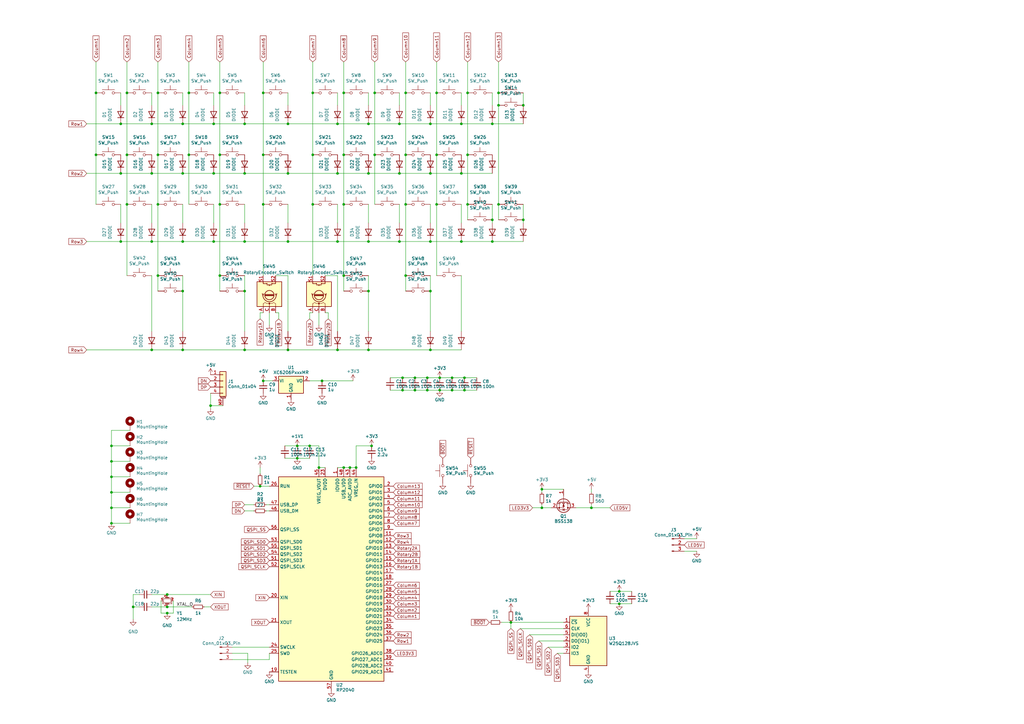
<source format=kicad_sch>
(kicad_sch (version 20230121) (generator eeschema)
  (paper "A3")
  (junction (at 86.36 166.37))
  (junction (at 90.17 83.82))
  (junction (at 49.53 99.06))
  (junction (at 64.77 83.82))
  (junction (at 87.63 50.8))
  (junction (at 64.77 38.1))
  (junction (at 74.93 71.12))
  (junction (at 68.58 243.84))
  (junction (at 106.68 199.39))
  (junction (at 163.83 50.8))
  (junction (at 146.05 191.77))
  (junction (at 62.23 71.12))
  (junction (at 222.25 200.66))
  (junction (at 201.93 50.8))
  (junction (at 45.72 182.88))
  (junction (at 54.61 248.92))
  (junction (at 121.92 187.96))
  (junction (at 132.08 156.21))
  (junction (at 107.95 83.82))
  (junction (at 49.53 71.12))
  (junction (at 74.93 143.51))
  (junction (at 242.57 208.28))
  (junction (at 185.42 154.94))
  (junction (at 118.11 50.8))
  (junction (at 191.77 63.5))
  (junction (at 138.43 143.51))
  (junction (at 176.53 50.8))
  (junction (at 166.37 63.5))
  (junction (at 62.23 99.06))
  (junction (at 100.33 71.12))
  (junction (at 190.5 160.02))
  (junction (at 176.53 71.12))
  (junction (at 74.93 99.06))
  (junction (at 45.72 201.93))
  (junction (at 166.37 83.82))
  (junction (at 204.47 83.82))
  (junction (at 100.33 143.51))
  (junction (at 118.11 143.51))
  (junction (at 140.97 113.03))
  (junction (at 201.93 90.17))
  (junction (at 52.07 63.5))
  (junction (at 140.97 191.77))
  (junction (at 152.4 182.88))
  (junction (at 127 182.88))
  (junction (at 204.47 43.18))
  (junction (at 39.37 63.5))
  (junction (at 191.77 38.1))
  (junction (at 209.55 255.27))
  (junction (at 190.5 154.94))
  (junction (at 204.47 38.1))
  (junction (at 45.72 189.23))
  (junction (at 87.63 99.06))
  (junction (at 151.13 143.51))
  (junction (at 151.13 119.38))
  (junction (at 165.1 160.02))
  (junction (at 180.34 154.94))
  (junction (at 45.72 195.58))
  (junction (at 45.72 214.63))
  (junction (at 64.77 113.03))
  (junction (at 170.18 160.02))
  (junction (at 163.83 71.12))
  (junction (at 170.18 154.94))
  (junction (at 214.63 43.18))
  (junction (at 107.95 38.1))
  (junction (at 128.27 83.82))
  (junction (at 39.37 38.1))
  (junction (at 45.72 208.28))
  (junction (at 107.95 63.5))
  (junction (at 165.1 154.94))
  (junction (at 64.77 63.5))
  (junction (at 118.11 99.06))
  (junction (at 52.07 83.82))
  (junction (at 62.23 50.8))
  (junction (at 90.17 63.5))
  (junction (at 118.11 71.12))
  (junction (at 128.27 63.5))
  (junction (at 176.53 99.06))
  (junction (at 74.93 50.8))
  (junction (at 222.25 208.28))
  (junction (at 191.77 83.82))
  (junction (at 189.23 50.8))
  (junction (at 107.95 156.21))
  (junction (at 138.43 50.8))
  (junction (at 138.43 71.12))
  (junction (at 163.83 99.06))
  (junction (at 130.81 191.77))
  (junction (at 153.67 38.1))
  (junction (at 175.26 154.94))
  (junction (at 176.53 143.51))
  (junction (at 87.63 71.12))
  (junction (at 62.23 143.51))
  (junction (at 176.53 119.38))
  (junction (at 74.93 119.38))
  (junction (at 153.67 63.5))
  (junction (at 151.13 71.12))
  (junction (at 128.27 38.1))
  (junction (at 185.42 160.02))
  (junction (at 77.47 38.1))
  (junction (at 179.07 63.5))
  (junction (at 138.43 99.06))
  (junction (at 179.07 38.1))
  (junction (at 121.92 182.88))
  (junction (at 175.26 160.02))
  (junction (at 254 242.57))
  (junction (at 143.51 191.77))
  (junction (at 49.53 50.8))
  (junction (at 140.97 38.1))
  (junction (at 189.23 71.12))
  (junction (at 166.37 38.1))
  (junction (at 180.34 160.02))
  (junction (at 100.33 119.38))
  (junction (at 90.17 113.03))
  (junction (at 166.37 113.03))
  (junction (at 214.63 90.17))
  (junction (at 151.13 99.06))
  (junction (at 179.07 83.82))
  (junction (at 140.97 63.5))
  (junction (at 201.93 99.06))
  (junction (at 68.58 248.92))
  (junction (at 100.33 99.06))
  (junction (at 90.17 38.1))
  (junction (at 151.13 50.8))
  (junction (at 77.47 63.5))
  (junction (at 100.33 50.8))
  (junction (at 254 247.65))
  (junction (at 189.23 99.06))
  (junction (at 52.07 38.1))
  (junction (at 68.58 251.46))
  (junction (at 140.97 83.82))
  (wire (pts (xy 49.53 71.12) (xy 62.23 71.12)))
  (wire (pts (xy 250.19 242.57) (xy 254 242.57)))
  (wire (pts (xy 152.4 182.88) (xy 146.05 182.88)))
  (wire (pts (xy 138.43 113.03) (xy 138.43 135.89)))
  (wire (pts (xy 74.93 50.8) (xy 87.63 50.8)))
  (wire (pts (xy 176.53 113.03) (xy 176.53 119.38)))
  (wire (pts (xy 175.26 154.94) (xy 180.34 154.94)))
  (wire (pts (xy 62.23 99.06) (xy 74.93 99.06)))
  (wire (pts (xy 87.63 83.82) (xy 87.63 91.44)))
  (wire (pts (xy 77.47 63.5) (xy 77.47 83.82)))
  (wire (pts (xy 151.13 38.1) (xy 151.13 43.18)))
  (wire (pts (xy 128.27 38.1) (xy 128.27 63.5)))
  (wire (pts (xy 77.47 38.1) (xy 77.47 63.5)))
  (wire (pts (xy 166.37 119.38) (xy 166.37 113.03)))
  (wire (pts (xy 118.11 83.82) (xy 118.11 91.44)))
  (wire (pts (xy 138.43 50.8) (xy 151.13 50.8)))
  (wire (pts (xy 134.62 128.27) (xy 134.62 130.81)))
  (wire (pts (xy 107.95 63.5) (xy 107.95 83.82)))
  (wire (pts (xy 130.81 182.88) (xy 130.81 191.77)))
  (wire (pts (xy 45.72 208.28) (xy 45.72 214.63)))
  (wire (pts (xy 118.11 143.51) (xy 138.43 143.51)))
  (wire (pts (xy 191.77 90.17) (xy 191.77 83.82)))
  (wire (pts (xy 280.67 220.98) (xy 285.75 220.98)))
  (wire (pts (xy 90.17 83.82) (xy 90.17 113.03)))
  (wire (pts (xy 153.67 38.1) (xy 153.67 63.5)))
  (wire (pts (xy 254 242.57) (xy 259.08 242.57)))
  (wire (pts (xy 113.03 128.27) (xy 114.3 128.27)))
  (wire (pts (xy 87.63 38.1) (xy 87.63 43.18)))
  (wire (pts (xy 204.47 38.1) (xy 204.47 43.18)))
  (wire (pts (xy 176.53 99.06) (xy 189.23 99.06)))
  (wire (pts (xy 62.23 113.03) (xy 62.23 135.89)))
  (wire (pts (xy 201.93 83.82) (xy 201.93 90.17)))
  (wire (pts (xy 191.77 25.4) (xy 191.77 38.1)))
  (wire (pts (xy 127 128.27) (xy 127 130.81)))
  (wire (pts (xy 236.22 208.28) (xy 242.57 208.28)))
  (wire (pts (xy 100.33 50.8) (xy 118.11 50.8)))
  (wire (pts (xy 151.13 143.51) (xy 176.53 143.51)))
  (wire (pts (xy 62.23 38.1) (xy 62.23 43.18)))
  (wire (pts (xy 90.17 25.4) (xy 90.17 38.1)))
  (wire (pts (xy 185.42 160.02) (xy 190.5 160.02)))
  (wire (pts (xy 118.11 38.1) (xy 118.11 43.18)))
  (wire (pts (xy 62.23 50.8) (xy 74.93 50.8)))
  (wire (pts (xy 127 182.88) (xy 121.92 182.88)))
  (wire (pts (xy 35.56 71.12) (xy 49.53 71.12)))
  (wire (pts (xy 213.36 257.81) (xy 231.14 257.81)))
  (wire (pts (xy 118.11 113.03) (xy 118.11 135.89)))
  (wire (pts (xy 138.43 99.06) (xy 151.13 99.06)))
  (wire (pts (xy 153.67 63.5) (xy 153.67 83.82)))
  (wire (pts (xy 53.34 208.28) (xy 45.72 208.28)))
  (wire (pts (xy 87.63 99.06) (xy 100.33 99.06)))
  (wire (pts (xy 133.35 113.03) (xy 138.43 113.03)))
  (wire (pts (xy 52.07 25.4) (xy 52.07 38.1)))
  (wire (pts (xy 214.63 90.17) (xy 214.63 91.44)))
  (wire (pts (xy 222.25 200.66) (xy 222.25 201.93)))
  (wire (pts (xy 218.44 208.28) (xy 222.25 208.28)))
  (wire (pts (xy 90.17 63.5) (xy 90.17 83.82)))
  (wire (pts (xy 201.93 50.8) (xy 214.63 50.8)))
  (wire (pts (xy 205.74 255.27) (xy 209.55 255.27)))
  (wire (pts (xy 100.33 207.01) (xy 104.14 207.01)))
  (wire (pts (xy 201.93 90.17) (xy 201.93 91.44)))
  (wire (pts (xy 220.98 262.89) (xy 231.14 262.89)))
  (wire (pts (xy 153.67 25.4) (xy 153.67 38.1)))
  (wire (pts (xy 180.34 160.02) (xy 185.42 160.02)))
  (wire (pts (xy 170.18 154.94) (xy 175.26 154.94)))
  (wire (pts (xy 163.83 38.1) (xy 163.83 43.18)))
  (wire (pts (xy 52.07 83.82) (xy 52.07 113.03)))
  (wire (pts (xy 228.6 267.97) (xy 231.14 267.97)))
  (wire (pts (xy 127 187.96) (xy 121.92 187.96)))
  (wire (pts (xy 116.84 182.88) (xy 121.92 182.88)))
  (wire (pts (xy 95.25 265.43) (xy 110.49 265.43)))
  (wire (pts (xy 175.26 160.02) (xy 180.34 160.02)))
  (wire (pts (xy 166.37 38.1) (xy 166.37 63.5)))
  (wire (pts (xy 77.47 25.4) (xy 77.47 38.1)))
  (wire (pts (xy 100.33 83.82) (xy 100.33 91.44)))
  (wire (pts (xy 138.43 191.77) (xy 140.97 191.77)))
  (wire (pts (xy 146.05 182.88) (xy 146.05 191.77)))
  (wire (pts (xy 214.63 83.82) (xy 214.63 90.17)))
  (wire (pts (xy 176.53 50.8) (xy 189.23 50.8)))
  (wire (pts (xy 254 247.65) (xy 259.08 247.65)))
  (wire (pts (xy 86.36 166.37) (xy 91.44 166.37)))
  (wire (pts (xy 201.93 38.1) (xy 201.93 43.18)))
  (wire (pts (xy 217.17 260.35) (xy 231.14 260.35)))
  (wire (pts (xy 170.18 160.02) (xy 175.26 160.02)))
  (wire (pts (xy 45.72 195.58) (xy 45.72 201.93)))
  (wire (pts (xy 54.61 248.92) (xy 57.15 248.92)))
  (wire (pts (xy 53.34 201.93) (xy 45.72 201.93)))
  (wire (pts (xy 62.23 71.12) (xy 74.93 71.12)))
  (wire (pts (xy 104.14 199.39) (xy 106.68 199.39)))
  (wire (pts (xy 204.47 90.17) (xy 204.47 83.82)))
  (wire (pts (xy 100.33 71.12) (xy 118.11 71.12)))
  (wire (pts (xy 151.13 119.38) (xy 151.13 135.89)))
  (wire (pts (xy 140.97 191.77) (xy 143.51 191.77)))
  (wire (pts (xy 68.58 248.92) (xy 78.74 248.92)))
  (wire (pts (xy 160.02 154.94) (xy 165.1 154.94)))
  (wire (pts (xy 90.17 38.1) (xy 90.17 63.5)))
  (wire (pts (xy 106.68 199.39) (xy 110.49 199.39)))
  (wire (pts (xy 163.83 99.06) (xy 176.53 99.06)))
  (wire (pts (xy 190.5 154.94) (xy 195.58 154.94)))
  (wire (pts (xy 140.97 83.82) (xy 140.97 113.03)))
  (wire (pts (xy 224.79 265.43) (xy 231.14 265.43)))
  (wire (pts (xy 189.23 50.8) (xy 201.93 50.8)))
  (wire (pts (xy 64.77 119.38) (xy 64.77 113.03)))
  (wire (pts (xy 54.61 248.92) (xy 54.61 254)))
  (wire (pts (xy 151.13 50.8) (xy 163.83 50.8)))
  (wire (pts (xy 49.53 83.82) (xy 49.53 91.44)))
  (wire (pts (xy 163.83 83.82) (xy 163.83 91.44)))
  (wire (pts (xy 189.23 71.12) (xy 201.93 71.12)))
  (wire (pts (xy 133.35 128.27) (xy 134.62 128.27)))
  (wire (pts (xy 64.77 63.5) (xy 64.77 83.82)))
  (wire (pts (xy 176.53 143.51) (xy 189.23 143.51)))
  (wire (pts (xy 138.43 38.1) (xy 138.43 43.18)))
  (wire (pts (xy 52.07 63.5) (xy 52.07 83.82)))
  (wire (pts (xy 100.33 38.1) (xy 100.33 43.18)))
  (wire (pts (xy 140.97 38.1) (xy 140.97 63.5)))
  (wire (pts (xy 64.77 38.1) (xy 64.77 63.5)))
  (wire (pts (xy 128.27 63.5) (xy 128.27 83.82)))
  (wire (pts (xy 100.33 99.06) (xy 118.11 99.06)))
  (wire (pts (xy 179.07 38.1) (xy 179.07 63.5)))
  (wire (pts (xy 163.83 50.8) (xy 176.53 50.8)))
  (wire (pts (xy 250.19 247.65) (xy 254 247.65)))
  (wire (pts (xy 176.53 119.38) (xy 176.53 135.89)))
  (wire (pts (xy 68.58 243.84) (xy 86.36 243.84)))
  (wire (pts (xy 191.77 38.1) (xy 191.77 63.5)))
  (wire (pts (xy 118.11 99.06) (xy 138.43 99.06)))
  (wire (pts (xy 209.55 255.27) (xy 209.55 257.81)))
  (wire (pts (xy 74.93 83.82) (xy 74.93 91.44)))
  (wire (pts (xy 176.53 71.12) (xy 189.23 71.12)))
  (wire (pts (xy 53.34 189.23) (xy 45.72 189.23)))
  (wire (pts (xy 191.77 63.5) (xy 191.77 83.82)))
  (wire (pts (xy 222.25 207.01) (xy 222.25 208.28)))
  (wire (pts (xy 52.07 38.1) (xy 52.07 63.5)))
  (wire (pts (xy 138.43 71.12) (xy 151.13 71.12)))
  (wire (pts (xy 114.3 128.27) (xy 114.3 130.81)))
  (wire (pts (xy 189.23 113.03) (xy 189.23 135.89)))
  (wire (pts (xy 53.34 182.88) (xy 45.72 182.88)))
  (wire (pts (xy 116.84 187.96) (xy 121.92 187.96)))
  (wire (pts (xy 151.13 99.06) (xy 163.83 99.06)))
  (wire (pts (xy 64.77 83.82) (xy 64.77 113.03)))
  (wire (pts (xy 204.47 25.4) (xy 204.47 38.1)))
  (wire (pts (xy 111.76 156.21) (xy 107.95 156.21)))
  (wire (pts (xy 106.68 128.27) (xy 107.95 128.27)))
  (wire (pts (xy 209.55 255.27) (xy 231.14 255.27)))
  (wire (pts (xy 86.36 167.64) (xy 86.36 166.37)))
  (wire (pts (xy 107.95 83.82) (xy 107.95 113.03)))
  (wire (pts (xy 222.25 208.28) (xy 226.06 208.28)))
  (wire (pts (xy 62.23 248.92) (xy 68.58 248.92)))
  (wire (pts (xy 130.81 191.77) (xy 133.35 191.77)))
  (wire (pts (xy 163.83 71.12) (xy 176.53 71.12)))
  (wire (pts (xy 165.1 154.94) (xy 170.18 154.94)))
  (wire (pts (xy 87.63 71.12) (xy 100.33 71.12)))
  (wire (pts (xy 151.13 71.12) (xy 163.83 71.12)))
  (wire (pts (xy 242.57 208.28) (xy 250.19 208.28)))
  (wire (pts (xy 214.63 38.1) (xy 214.63 43.18)))
  (wire (pts (xy 100.33 119.38) (xy 100.33 135.89)))
  (wire (pts (xy 132.08 156.21) (xy 127 156.21)))
  (wire (pts (xy 49.53 50.8) (xy 62.23 50.8)))
  (wire (pts (xy 39.37 63.5) (xy 39.37 83.82)))
  (wire (pts (xy 130.81 128.27) (xy 130.81 133.35)))
  (wire (pts (xy 53.34 176.53) (xy 45.72 176.53)))
  (wire (pts (xy 128.27 128.27) (xy 127 128.27)))
  (wire (pts (xy 222.25 200.66) (xy 231.14 200.66)))
  (wire (pts (xy 74.93 119.38) (xy 74.93 135.89)))
  (wire (pts (xy 35.56 99.06) (xy 49.53 99.06)))
  (wire (pts (xy 143.51 191.77) (xy 146.05 191.77)))
  (wire (pts (xy 110.49 128.27) (xy 110.49 133.35)))
  (wire (pts (xy 71.12 251.46) (xy 68.58 251.46)))
  (wire (pts (xy 118.11 71.12) (xy 138.43 71.12)))
  (wire (pts (xy 118.11 50.8) (xy 138.43 50.8)))
  (wire (pts (xy 179.07 63.5) (xy 179.07 83.82)))
  (wire (pts (xy 151.13 113.03) (xy 151.13 119.38)))
  (wire (pts (xy 165.1 160.02) (xy 170.18 160.02)))
  (wire (pts (xy 140.97 119.38) (xy 140.97 113.03)))
  (wire (pts (xy 128.27 83.82) (xy 128.27 113.03)))
  (wire (pts (xy 189.23 38.1) (xy 189.23 43.18)))
  (wire (pts (xy 90.17 119.38) (xy 90.17 113.03)))
  (wire (pts (xy 95.25 267.97) (xy 101.6 267.97)))
  (wire (pts (xy 39.37 25.4) (xy 39.37 38.1)))
  (wire (pts (xy 35.56 50.8) (xy 49.53 50.8)))
  (wire (pts (xy 86.36 166.37) (xy 86.36 161.29)))
  (wire (pts (xy 176.53 83.82) (xy 176.53 91.44)))
  (wire (pts (xy 179.07 83.82) (xy 179.07 113.03)))
  (wire (pts (xy 45.72 182.88) (xy 45.72 189.23)))
  (wire (pts (xy 106.68 128.27) (xy 106.68 130.81)))
  (wire (pts (xy 74.93 38.1) (xy 74.93 43.18)))
  (wire (pts (xy 201.93 99.06) (xy 214.63 99.06)))
  (wire (pts (xy 39.37 38.1) (xy 39.37 63.5)))
  (wire (pts (xy 180.34 154.94) (xy 185.42 154.94)))
  (wire (pts (xy 49.53 99.06) (xy 62.23 99.06)))
  (wire (pts (xy 62.23 83.82) (xy 62.23 91.44)))
  (wire (pts (xy 204.47 43.18) (xy 204.47 83.82)))
  (wire (pts (xy 189.23 83.82) (xy 189.23 91.44)))
  (wire (pts (xy 45.72 189.23) (xy 45.72 195.58)))
  (wire (pts (xy 45.72 201.93) (xy 45.72 208.28)))
  (wire (pts (xy 45.72 214.63) (xy 53.34 214.63)))
  (wire (pts (xy 83.82 248.92) (xy 86.36 248.92)))
  (wire (pts (xy 242.57 200.66) (xy 242.57 201.93)))
  (wire (pts (xy 242.57 207.01) (xy 242.57 208.28)))
  (wire (pts (xy 57.15 243.84) (xy 54.61 243.84)))
  (wire (pts (xy 74.93 71.12) (xy 87.63 71.12)))
  (wire (pts (xy 87.63 50.8) (xy 100.33 50.8)))
  (wire (pts (xy 166.37 25.4) (xy 166.37 38.1)))
  (wire (pts (xy 62.23 143.51) (xy 74.93 143.51)))
  (wire (pts (xy 66.04 251.46) (xy 68.58 251.46)))
  (wire (pts (xy 189.23 99.06) (xy 201.93 99.06)))
  (wire (pts (xy 280.67 226.06) (xy 285.75 226.06)))
  (wire (pts (xy 95.25 270.51) (xy 110.49 270.51)))
  (wire (pts (xy 127 182.88) (xy 130.81 182.88)))
  (wire (pts (xy 109.22 207.01) (xy 110.49 207.01)))
  (wire (pts (xy 100.33 209.55) (xy 104.14 209.55)))
  (wire (pts (xy 138.43 143.51) (xy 151.13 143.51)))
  (wire (pts (xy 110.49 270.51) (xy 110.49 267.97)))
  (wire (pts (xy 54.61 243.84) (xy 54.61 248.92)))
  (wire (pts (xy 166.37 63.5) (xy 166.37 83.82)))
  (wire (pts (xy 66.04 246.38) (xy 66.04 251.46)))
  (wire (pts (xy 179.07 25.4) (xy 179.07 38.1)))
  (wire (pts (xy 151.13 83.82) (xy 151.13 91.44)))
  (wire (pts (xy 107.95 25.4) (xy 107.95 38.1)))
  (wire (pts (xy 132.08 156.21) (xy 144.78 156.21)))
  (wire (pts (xy 190.5 160.02) (xy 195.58 160.02)))
  (wire (pts (xy 138.43 83.82) (xy 138.43 91.44)))
  (wire (pts (xy 106.68 191.77) (xy 106.68 194.31)))
  (wire (pts (xy 100.33 113.03) (xy 100.33 119.38)))
  (wire (pts (xy 160.02 160.02) (xy 165.1 160.02)))
  (wire (pts (xy 53.34 195.58) (xy 45.72 195.58)))
  (wire (pts (xy 74.93 143.51) (xy 100.33 143.51)))
  (wire (pts (xy 45.72 176.53) (xy 45.72 182.88)))
  (wire (pts (xy 35.56 143.51) (xy 62.23 143.51)))
  (wire (pts (xy 185.42 154.94) (xy 190.5 154.94)))
  (wire (pts (xy 109.22 209.55) (xy 110.49 209.55)))
  (wire (pts (xy 101.6 267.97) (xy 101.6 271.78)))
  (wire (pts (xy 113.03 113.03) (xy 118.11 113.03)))
  (wire (pts (xy 64.77 25.4) (xy 64.77 38.1)))
  (wire (pts (xy 140.97 25.4) (xy 140.97 38.1)))
  (wire (pts (xy 74.93 113.03) (xy 74.93 119.38)))
  (wire (pts (xy 71.12 246.38) (xy 71.12 251.46)))
  (wire (pts (xy 128.27 25.4) (xy 128.27 38.1)))
  (wire (pts (xy 100.33 143.51) (xy 118.11 143.51)))
  (wire (pts (xy 107.95 38.1) (xy 107.95 63.5)))
  (wire (pts (xy 176.53 38.1) (xy 176.53 43.18)))
  (wire (pts (xy 166.37 83.82) (xy 166.37 113.03)))
  (wire (pts (xy 49.53 38.1) (xy 49.53 43.18)))
  (wire (pts (xy 62.23 243.84) (xy 68.58 243.84)))
  (wire (pts (xy 140.97 63.5) (xy 140.97 83.82)))
  (wire (pts (xy 74.93 99.06) (xy 87.63 99.06)))
  (label "XTAL_O" (at 72.39 248.92 0))
  (global_label "Rotary1A" (shape input) (at 106.68 130.81 270) (property "Intersheetrefs" "${INTERSHEET_REFS}" (effects hide)))
  (global_label "Column13" (shape input) (at 204.47 25.4 90) (property "Intersheetrefs" "${INTERSHEET_REFS}" (effects hide)))
  (global_label "Rotary2A" (shape input) (at 161.29 224.79 0) (property "Intersheetrefs" "${INTERSHEET_REFS}" (effects hide)))
  (global_label "Column9" (shape input) (at 161.29 209.55 0) (property "Intersheetrefs" "${INTERSHEET_REFS}" (effects hide)))
  (global_label "Column9" (shape input) (at 153.67 25.4 90) (property "Intersheetrefs" "${INTERSHEET_REFS}" (effects hide)))
  (global_label "QSPI_SCLK" (shape input) (at 213.36 257.81 270) (property "Intersheetrefs" "${INTERSHEET_REFS}" (effects hide)))
  (global_label "Rotary1B" (shape input) (at 161.29 232.41 0) (property "Intersheetrefs" "${INTERSHEET_REFS}" (effects hide)))
  (global_label "Rotary2A" (shape input) (at 127 130.81 270) (property "Intersheetrefs" "${INTERSHEET_REFS}" (effects hide)))
  (global_label "Column12" (shape input) (at 191.77 25.4 90) (property "Intersheetrefs" "${INTERSHEET_REFS}" (effects hide)))
  (global_label "Row2" (shape input) (at 35.56 71.12 180) (property "Intersheetrefs" "${INTERSHEET_REFS}" (effects hide)))
  (global_label "DN" (shape input) (at 100.33 209.55 180) (property "Intersheetrefs" "${INTERSHEET_REFS}" (effects hide)))
  (global_label "Column5" (shape input) (at 90.17 25.4 90) (property "Intersheetrefs" "${INTERSHEET_REFS}" (effects hide)))
  (global_label "Column6" (shape input) (at 107.95 25.4 90) (property "Intersheetrefs" "${INTERSHEET_REFS}" (effects hide)))
  (global_label "Column6" (shape input) (at 161.29 240.03 0) (property "Intersheetrefs" "${INTERSHEET_REFS}" (effects hide)))
  (global_label "Column1" (shape input) (at 39.37 25.4 90) (property "Intersheetrefs" "${INTERSHEET_REFS}" (effects hide)))
  (global_label "Column4" (shape input) (at 161.29 245.11 0) (property "Intersheetrefs" "${INTERSHEET_REFS}" (effects hide)))
  (global_label "Column2" (shape input) (at 52.07 25.4 90) (property "Intersheetrefs" "${INTERSHEET_REFS}" (effects hide)))
  (global_label "Row3" (shape input) (at 35.56 99.06 180) (property "Intersheetrefs" "${INTERSHEET_REFS}" (effects hide)))
  (global_label "Rotary1B" (shape input) (at 114.3 130.81 270) (property "Intersheetrefs" "${INTERSHEET_REFS}" (effects hide)))
  (global_label "Column11" (shape input) (at 161.29 204.47 0) (property "Intersheetrefs" "${INTERSHEET_REFS}" (effects hide)))
  (global_label "Rotary2B" (shape input) (at 161.29 227.33 0) (property "Intersheetrefs" "${INTERSHEET_REFS}" (effects hide)))
  (global_label "LED3V3" (shape input) (at 218.44 208.28 180) (property "Intersheetrefs" "${INTERSHEET_REFS}" (effects hide)))
  (global_label "Row4" (shape input) (at 161.29 222.25 0) (property "Intersheetrefs" "${INTERSHEET_REFS}" (effects hide)))
  (global_label "Column11" (shape input) (at 179.07 25.4 90) (property "Intersheetrefs" "${INTERSHEET_REFS}" (effects hide)))
  (global_label "~{BOOT}" (shape input) (at 200.66 255.27 180) (property "Intersheetrefs" "${INTERSHEET_REFS}" (effects hide)))
  (global_label "QSPI_SD1" (shape input) (at 220.98 262.89 270) (property "Intersheetrefs" "${INTERSHEET_REFS}" (effects hide)))
  (global_label "Row1" (shape input) (at 35.56 50.8 180) (property "Intersheetrefs" "${INTERSHEET_REFS}" (effects hide)))
  (global_label "Rotary2B" (shape input) (at 134.62 130.81 270) (property "Intersheetrefs" "${INTERSHEET_REFS}" (effects hide)))
  (global_label "Row4" (shape input) (at 35.56 143.51 180) (property "Intersheetrefs" "${INTERSHEET_REFS}" (effects hide)))
  (global_label "~{RESET}" (shape input) (at 104.14 199.39 180) (property "Intersheetrefs" "${INTERSHEET_REFS}" (effects hide)))
  (global_label "XIN" (shape input) (at 86.36 243.84 0) (property "Intersheetrefs" "${INTERSHEET_REFS}" (effects hide)))
  (global_label "QSPI_SCLK" (shape input) (at 110.49 232.41 180) (property "Intersheetrefs" "${INTERSHEET_REFS}" (effects hide)))
  (global_label "Column7" (shape input) (at 161.29 214.63 0) (property "Intersheetrefs" "${INTERSHEET_REFS}" (effects hide)))
  (global_label "QSPI_SS" (shape input) (at 209.55 257.81 270) (property "Intersheetrefs" "${INTERSHEET_REFS}" (effects hide)))
  (global_label "Column13" (shape input) (at 161.29 199.39 0) (property "Intersheetrefs" "${INTERSHEET_REFS}" (effects hide)))
  (global_label "QSPI_SD3" (shape input) (at 228.6 267.97 270) (property "Intersheetrefs" "${INTERSHEET_REFS}" (effects hide)))
  (global_label "XOUT" (shape input) (at 86.36 248.92 0) (property "Intersheetrefs" "${INTERSHEET_REFS}" (effects hide)))
  (global_label "XIN" (shape input) (at 110.49 245.11 180) (property "Intersheetrefs" "${INTERSHEET_REFS}" (effects hide)))
  (global_label "Column12" (shape input) (at 161.29 201.93 0) (property "Intersheetrefs" "${INTERSHEET_REFS}" (effects hide)))
  (global_label "Row3" (shape input) (at 161.29 219.71 0) (property "Intersheetrefs" "${INTERSHEET_REFS}" (effects hide)))
  (global_label "Row2" (shape input) (at 161.29 260.35 0) (property "Intersheetrefs" "${INTERSHEET_REFS}" (effects hide)))
  (global_label "Column1" (shape input) (at 161.29 252.73 0) (property "Intersheetrefs" "${INTERSHEET_REFS}" (effects hide)))
  (global_label "Column8" (shape input) (at 140.97 25.4 90) (property "Intersheetrefs" "${INTERSHEET_REFS}" (effects hide)))
  (global_label "Column10" (shape input) (at 161.29 207.01 0) (property "Intersheetrefs" "${INTERSHEET_REFS}" (effects hide)))
  (global_label "XOUT" (shape input) (at 110.49 255.27 180) (property "Intersheetrefs" "${INTERSHEET_REFS}" (effects hide)))
  (global_label "QSPI_SD2" (shape input) (at 224.79 265.43 270) (property "Intersheetrefs" "${INTERSHEET_REFS}" (effects hide)))
  (global_label "LED3V3" (shape input) (at 161.29 267.97 0) (property "Intersheetrefs" "${INTERSHEET_REFS}" (effects hide)))
  (global_label "~{BOOT}" (shape input) (at 181.61 187.96 90) (property "Intersheetrefs" "${INTERSHEET_REFS}" (effects hide)))
  (global_label "LED5V" (shape input) (at 280.67 223.52 0) (property "Intersheetrefs" "${INTERSHEET_REFS}" (effects hide)))
  (global_label "Column3" (shape input) (at 64.77 25.4 90) (property "Intersheetrefs" "${INTERSHEET_REFS}" (effects hide)))
  (global_label "Column8" (shape input) (at 161.29 212.09 0) (property "Intersheetrefs" "${INTERSHEET_REFS}" (effects hide)))
  (global_label "Row1" (shape input) (at 161.29 262.89 0) (property "Intersheetrefs" "${INTERSHEET_REFS}" (effects hide)))
  (global_label "Column7" (shape input) (at 128.27 25.4 90) (property "Intersheetrefs" "${INTERSHEET_REFS}" (effects hide)))
  (global_label "Rotary1A" (shape input) (at 161.29 229.87 0) (property "Intersheetrefs" "${INTERSHEET_REFS}" (effects hide)))
  (global_label "Column5" (shape input) (at 161.29 242.57 0) (property "Intersheetrefs" "${INTERSHEET_REFS}" (effects hide)))
  (global_label "Column3" (shape input) (at 161.29 247.65 0) (property "Intersheetrefs" "${INTERSHEET_REFS}" (effects hide)))
  (global_label "DN" (shape input) (at 86.36 156.21 180) (property "Intersheetrefs" "${INTERSHEET_REFS}" (effects hide)))
  (global_label "Column2" (shape input) (at 161.29 250.19 0) (property "Intersheetrefs" "${INTERSHEET_REFS}" (effects hide)))
  (global_label "Column4" (shape input) (at 77.47 25.4 90) (property "Intersheetrefs" "${INTERSHEET_REFS}" (effects hide)))
  (global_label "QSPI_SD0" (shape input) (at 217.17 260.35 270) (property "Intersheetrefs" "${INTERSHEET_REFS}" (effects hide)))
  (global_label "QSPI_SS" (shape input) (at 110.49 217.17 180) (property "Intersheetrefs" "${INTERSHEET_REFS}" (effects hide)))
  (global_label "QSPI_SD0" (shape input) (at 110.49 222.25 180) (property "Intersheetrefs" "${INTERSHEET_REFS}" (effects hide)))
  (global_label "DP" (shape input) (at 86.36 158.75 180) (property "Intersheetrefs" "${INTERSHEET_REFS}" (effects hide)))
  (global_label "QSPI_SD1" (shape input) (at 110.49 224.79 180) (property "Intersheetrefs" "${INTERSHEET_REFS}" (effects hide)))
  (global_label "QSPI_SD2" (shape input) (at 110.49 227.33 180) (property "Intersheetrefs" "${INTERSHEET_REFS}" (effects hide)))
  (global_label "LED5V" (shape input) (at 250.19 208.28 0) (property "Intersheetrefs" "${INTERSHEET_REFS}" (effects hide)))
  (global_label "QSPI_SD3" (shape input) (at 110.49 229.87 180) (property "Intersheetrefs" "${INTERSHEET_REFS}" (effects hide)))
  (global_label "~{RESET}" (shape input) (at 193.04 187.96 90) (property "Intersheetrefs" "${INTERSHEET_REFS}" (effects hide)))
  (global_label "DP" (shape input) (at 100.33 207.01 180) (property "Intersheetrefs" "${INTERSHEET_REFS}" (effects hide)))
  (global_label "Column10" (shape input) (at 166.37 25.4 90) (property "Intersheetrefs" "${INTERSHEET_REFS}" (effects hide)))
  (symbol (lib_id "Diode:1N4148W") (at 74.93 139.7 90) (unit 1)
    (property "Reference" "D43" (at 68.199 139.7 0))
    (property "Value" "DIODE" (at 70.5104 139.7 0))
    (property "Footprint" "Diode_SMD:D_SOD-123" (effects hide))
    (property "Datasheet" "https://www.vishay.com/docs/85748/1n4148w.pdf" (effects hide))
    (property "Sim.Device" "D" (effects hide))
    (property "Sim.Pins" "1=K 2=A" (effects hide))
  )
  (symbol (lib_id "power:GND") (at 110.49 275.59 0) (unit 1)
    (property "Reference" "#PWR025" (effects hide))
    (property "Value" "GND" (at 110.49 279.535 0))
  )
  (symbol (lib_id "Switch:SW_Push") (at 209.55 43.18 0) (unit 1)
    (property "Reference" "SW14" (at 209.55 35.941 0))
    (property "Value" "SW_Push" (at 209.55 38.2524 0))
    (property "Footprint" "MX_Hotswap:MX-Hotswap-2U" (effects hide))
  )
  (symbol (lib_id "Diode:1N4148W") (at 138.43 67.31 90) (unit 1)
    (property "Reference" "D21" (at 131.699 67.31 0))
    (property "Value" "DIODE" (at 134.0104 67.31 0))
    (property "Footprint" "Diode_SMD:D_SOD-123" (effects hide))
    (property "Datasheet" "https://www.vishay.com/docs/85748/1n4148w.pdf" (effects hide))
    (property "Sim.Device" "D" (effects hide))
    (property "Sim.Pins" "1=K 2=A" (effects hide))
  )
  (symbol (lib_id "Device:RotaryEncoder_Switch") (at 110.49 120.65 90) (unit 1)
    (property "Reference" "SW45" (at 113.03 109.22 90) (effects (justify left)))
    (property "Value" "RotaryEncoder_Switch" (at 120.65 111.76 90) (effects (justify left)))
    (property "Footprint" "kicad-libs:SW_Cherry_MX_1.00u_Kailh_EC12" (effects hide))
  )
  (symbol (lib_id "power:GND") (at 101.6 271.78 0) (unit 1)
    (property "Reference" "#PWR023" (effects hide))
    (property "Value" "GND" (at 101.6 275.725 0))
  )
  (symbol (lib_id "power:+5V") (at 285.75 220.98 0) (unit 1)
    (property "Reference" "#PWR030" (effects hide))
    (property "Value" "+5V" (at 285.75 217.035 0))
  )
  (symbol (lib_id "Memory_Flash:W25Q128JVS") (at 241.3 262.89 0) (unit 1)
    (property "Reference" "U3" (at 249.682 261.866 0) (effects (justify left)))
    (property "Value" "W25Q128JVS" (at 249.682 263.914 0) (effects (justify left)))
    (property "Footprint" "Package_SO:SOIC-8_5.23x5.23mm_P1.27mm" (effects hide))
    (property "Datasheet" "http://www.winbond.com/resource-files/w25q128jv_dtr%20revc%2003272018%20plus.pdf" (effects hide))
  )
  (symbol (lib_id "Diode:1N4148W") (at 151.13 139.7 90) (unit 1)
    (property "Reference" "D47" (at 144.399 139.7 0))
    (property "Value" "DIODE" (at 146.7104 139.7 0))
    (property "Footprint" "Diode_SMD:D_SOD-123" (effects hide))
    (property "Datasheet" "https://www.vishay.com/docs/85748/1n4148w.pdf" (effects hide))
    (property "Sim.Device" "D" (effects hide))
    (property "Sim.Pins" "1=K 2=A" (effects hide))
  )
  (symbol (lib_id "power:GND") (at 152.4 187.96 0) (unit 1)
    (property "Reference" "#PWR014" (effects hide))
    (property "Value" "GND" (at 152.4 191.905 0))
  )
  (symbol (lib_id "Device:C_Small") (at 121.92 185.42 0) (unit 1)
    (property "Reference" "C12" (at 124.2441 184.4023 0) (effects (justify left)))
    (property "Value" "100n" (at 124.2441 186.4503 0) (effects (justify left)))
    (property "Footprint" "Capacitor_SMD:C_0402_1005Metric" (effects hide))
  )
  (symbol (lib_id "Switch:SW_Push") (at 196.85 38.1 0) (unit 1)
    (property "Reference" "SW12" (at 196.85 30.861 0))
    (property "Value" "SW_Push" (at 196.85 33.1724 0))
    (property "Footprint" "MX_Hotswap:MX-Hotswap-1U" (effects hide))
  )
  (symbol (lib_id "power:+1V1") (at 121.92 182.88 0) (unit 1)
    (property "Reference" "#PWR011" (effects hide))
    (property "Value" "+1V1" (at 121.92 178.935 0))
  )
  (symbol (lib_id "Diode:1N4148W") (at 62.23 139.7 90) (unit 1)
    (property "Reference" "D42" (at 55.499 139.7 0))
    (property "Value" "DIODE" (at 57.8104 139.7 0))
    (property "Footprint" "Diode_SMD:D_SOD-123" (effects hide))
    (property "Datasheet" "https://www.vishay.com/docs/85748/1n4148w.pdf" (effects hide))
    (property "Sim.Device" "D" (effects hide))
    (property "Sim.Pins" "1=K 2=A" (effects hide))
  )
  (symbol (lib_id "Device:C_Small") (at 152.4 185.42 0) (unit 1)
    (property "Reference" "C14" (at 154.7241 184.4023 0) (effects (justify left)))
    (property "Value" "2.2u" (at 154.7241 186.4503 0) (effects (justify left)))
    (property "Footprint" "Capacitor_SMD:C_0402_1005Metric" (effects hide))
  )
  (symbol (lib_id "power:GND") (at 130.81 133.35 0) (unit 1)
    (property "Reference" "#PWR033" (effects hide))
    (property "Value" "GND" (at 130.81 137.295 0))
  )
  (symbol (lib_id "Diode:1N4148W") (at 163.83 46.99 90) (unit 1)
    (property "Reference" "D9" (at 157.099 46.99 0))
    (property "Value" "DIODE" (at 159.4104 46.99 0))
    (property "Footprint" "Diode_SMD:D_SOD-123" (effects hide))
    (property "Datasheet" "https://www.vishay.com/docs/85748/1n4148w.pdf" (effects hide))
    (property "Sim.Device" "D" (effects hide))
    (property "Sim.Pins" "1=K 2=A" (effects hide))
  )
  (symbol (lib_id "Switch:SW_Push") (at 196.85 90.17 0) (unit 1)
    (property "Reference" "SW40" (at 196.85 82.931 0))
    (property "Value" "SW_Push" (at 196.85 85.2424 0))
    (property "Footprint" "MX_Hotswap:MX-Hotswap-1U" (effects hide))
  )
  (symbol (lib_id "Switch:SW_Push") (at 113.03 38.1 0) (unit 1)
    (property "Reference" "SW6" (at 113.03 30.861 0))
    (property "Value" "SW_Push" (at 113.03 33.1724 0))
    (property "Footprint" "MX_Hotswap:MX-Hotswap-1U" (effects hide))
  )
  (symbol (lib_id "Diode:1N4148W") (at 74.93 67.31 90) (unit 1)
    (property "Reference" "D17" (at 68.199 67.31 0))
    (property "Value" "DIODE" (at 70.5104 67.31 0))
    (property "Footprint" "Diode_SMD:D_SOD-123" (effects hide))
    (property "Datasheet" "https://www.vishay.com/docs/85748/1n4148w.pdf" (effects hide))
    (property "Sim.Device" "D" (effects hide))
    (property "Sim.Pins" "1=K 2=A" (effects hide))
  )
  (symbol (lib_id "Diode:1N4148W") (at 189.23 46.99 90) (unit 1)
    (property "Reference" "D11" (at 182.499 46.99 0))
    (property "Value" "DIODE" (at 184.8104 46.99 0))
    (property "Footprint" "Diode_SMD:D_SOD-123" (effects hide))
    (property "Datasheet" "https://www.vishay.com/docs/85748/1n4148w.pdf" (effects hide))
    (property "Sim.Device" "D" (effects hide))
    (property "Sim.Pins" "1=K 2=A" (effects hide))
  )
  (symbol (lib_id "Device:R_Small") (at 203.2 255.27 90) (unit 1)
    (property "Reference" "R5" (at 203.2 250.9534 90))
    (property "Value" "1k" (at 203.2 253.0014 90))
    (property "Footprint" "Resistor_SMD:R_0402_1005Metric" (effects hide))
  )
  (symbol (lib_id "Mechanical:MountingHole_Pad") (at 53.34 212.09 0) (unit 1)
    (property "Reference" "H7" (at 55.88 211.066 0) (effects (justify left)))
    (property "Value" "MountingHole" (at 55.88 213.114 0) (effects (justify left)))
    (property "Footprint" "MountingHole:MountingHole_2.2mm_M2_ISO7380_Pad" (effects hide))
  )
  (symbol (lib_id "power:GND") (at 119.38 163.83 0) (unit 1)
    (property "Reference" "#PWR08" (effects hide))
    (property "Value" "GND" (at 119.38 167.775 0))
  )
  (symbol (lib_id "Switch:SW_Push") (at 146.05 63.5 0) (unit 1)
    (property "Reference" "SW22" (at 146.05 56.261 0))
    (property "Value" "SW_Push" (at 146.05 58.5724 0))
    (property "Footprint" "MX_Hotswap:MX-Hotswap-1U" (effects hide))
  )
  (symbol (lib_id "power:GND") (at 135.89 283.21 0) (unit 1)
    (property "Reference" "#PWR026" (effects hide))
    (property "Value" "GND" (at 135.89 287.155 0))
  )
  (symbol (lib_id "Switch:SW_Push") (at 146.05 113.03 0) (unit 1)
    (property "Reference" "SW47" (at 146.05 106.045 0))
    (property "Value" "SW_Push" (at 146.05 108.1024 0))
    (property "Footprint" "MX_Hotswap:MX-Hotswap-2U" (effects hide))
  )
  (symbol (lib_id "Diode:1N4148W") (at 151.13 46.99 90) (unit 1)
    (property "Reference" "D8" (at 144.399 46.99 0))
    (property "Value" "DIODE" (at 146.7104 46.99 0))
    (property "Footprint" "Diode_SMD:D_SOD-123" (effects hide))
    (property "Datasheet" "https://www.vishay.com/docs/85748/1n4148w.pdf" (effects hide))
    (property "Sim.Device" "D" (effects hide))
    (property "Sim.Pins" "1=K 2=A" (effects hide))
  )
  (symbol (lib_id "power:GND") (at 86.36 167.64 0) (unit 1)
    (property "Reference" "#PWR010" (effects hide))
    (property "Value" "GND" (at 86.36 171.585 0))
  )
  (symbol (lib_id "Device:C_Small") (at 180.34 157.48 0) (unit 1)
    (property "Reference" "C5" (at 182.6641 156.4623 0) (effects (justify left)))
    (property "Value" "100n" (at 182.6641 158.5103 0) (effects (justify left)))
    (property "Footprint" "Capacitor_SMD:C_0402_1005Metric" (effects hide))
  )
  (symbol (lib_id "power:+3V3") (at 209.55 250.19 0) (unit 1)
    (property "Reference" "#PWR020" (effects hide))
    (property "Value" "+3V3" (at 209.55 246.245 0))
  )
  (symbol (lib_id "power:+5V") (at 107.95 156.21 0) (unit 1)
    (property "Reference" "#PWR03" (effects hide))
    (property "Value" "+5V" (at 107.95 152.265 0))
  )
  (symbol (lib_id "Diode:1N4148W") (at 138.43 139.7 90) (unit 1)
    (property "Reference" "D46" (at 131.699 139.7 0))
    (property "Value" "DIODE" (at 134.0104 139.7 0))
    (property "Footprint" "Diode_SMD:D_SOD-123" (effects hide))
    (property "Datasheet" "https://www.vishay.com/docs/85748/1n4148w.pdf" (effects hide))
    (property "Sim.Device" "D" (effects hide))
    (property "Sim.Pins" "1=K 2=A" (effects hide))
  )
  (symbol (lib_id "Connector:Conn_01x03_Pin") (at 90.17 267.97 0) (unit 1)
    (property "Reference" "J2" (at 90.805 261.7738 0))
    (property "Value" "Conn_01x03_Pin" (at 90.805 263.8218 0))
    (property "Footprint" "Connector_PinHeader_2.54mm:PinHeader_1x03_P2.54mm_Vertical" (effects hide))
  )
  (symbol (lib_id "power:+3V3") (at 222.25 200.66 0) (unit 1)
    (property "Reference" "#PWR022" (effects hide))
    (property "Value" "+3V3" (at 222.25 196.715 0))
  )
  (symbol (lib_id "power:+3V3") (at 144.78 156.21 0) (unit 1)
    (property "Reference" "#PWR04" (effects hide))
    (property "Value" "+3V3" (at 144.78 152.265 0))
  )
  (symbol (lib_id "Regulator_Linear:XC6206PxxxMR") (at 119.38 156.21 0) (unit 1)
    (property "Reference" "U1" (at 119.38 150.725 0))
    (property "Value" "XC6206PxxxMR" (at 119.38 152.773 0))
    (property "Footprint" "Package_TO_SOT_SMD:SOT-23-3" (effects hide))
    (property "Datasheet" "https://www.torexsemi.com/file/xc6206/XC6206.pdf" (effects hide))
  )
  (symbol (lib_id "Switch:SW_Push") (at 44.45 38.1 0) (unit 1)
    (property "Reference" "SW1" (at 44.45 30.861 0))
    (property "Value" "SW_Push" (at 44.45 33.1724 0))
    (property "Footprint" "MX_Hotswap:MX-Hotswap-1U" (effects hide))
  )
  (symbol (lib_id "Switch:SW_Push") (at 209.55 38.1 0) (unit 1)
    (property "Reference" "SW13" (at 209.55 30.861 0))
    (property "Value" "SW_Push" (at 209.55 33.1724 0))
    (property "Footprint" "MX_Hotswap:MX-Hotswap-1U" (effects hide))
  )
  (symbol (lib_id "Device:C_Small") (at 185.42 157.48 0) (unit 1)
    (property "Reference" "C6" (at 187.7441 156.4623 0) (effects (justify left)))
    (property "Value" "100n" (at 187.7441 158.5103 0) (effects (justify left)))
    (property "Footprint" "Capacitor_SMD:C_0402_1005Metric" (effects hide))
  )
  (symbol (lib_id "Diode:1N4148W") (at 151.13 67.31 90) (unit 1)
    (property "Reference" "D22" (at 144.399 67.31 0))
    (property "Value" "DIODE" (at 146.7104 67.31 0))
    (property "Footprint" "Diode_SMD:D_SOD-123" (effects hide))
    (property "Datasheet" "https://www.vishay.com/docs/85748/1n4148w.pdf" (effects hide))
    (property "Sim.Device" "D" (effects hide))
    (property "Sim.Pins" "1=K 2=A" (effects hide))
  )
  (symbol (lib_id "Transistor_FET:BSS138") (at 231.14 205.74 270) (unit 1)
    (property "Reference" "Q1" (at 231.14 211.717 90))
    (property "Value" "BSS138" (at 231.14 213.765 90))
    (property "Footprint" "Package_TO_SOT_SMD:SOT-23" (effects hide))
    (property "Datasheet" "https://www.onsemi.com/pub/Collateral/BSS138-D.PDF" (effects hide))
  )
  (symbol (lib_id "Mechanical:MountingHole_Pad") (at 53.34 180.34 0) (unit 1)
    (property "Reference" "H2" (at 55.88 179.316 0) (effects (justify left)))
    (property "Value" "MountingHole" (at 55.88 181.364 0) (effects (justify left)))
    (property "Footprint" "MountingHole:MountingHole_2.2mm_M2_ISO7380_Pad" (effects hide))
  )
  (symbol (lib_id "Device:R_Small") (at 106.68 209.55 270) (unit 1)
    (property "Reference" "R3" (at 106.68 205.2334 90))
    (property "Value" "27" (at 106.68 207.2814 90))
    (property "Footprint" "Resistor_SMD:R_0402_1005Metric" (effects hide))
  )
  (symbol (lib_id "Device:C_Small") (at 190.5 157.48 0) (unit 1)
    (property "Reference" "C7" (at 192.8241 156.4623 0) (effects (justify left)))
    (property "Value" "100n" (at 192.8241 158.5103 0) (effects (justify left)))
    (property "Footprint" "Capacitor_SMD:C_0402_1005Metric" (effects hide))
  )
  (symbol (lib_id "power:GND") (at 132.08 161.29 0) (unit 1)
    (property "Reference" "#PWR07" (effects hide))
    (property "Value" "GND" (at 132.08 165.235 0))
  )
  (symbol (lib_id "Switch:SW_Push") (at 193.04 193.04 90) (unit 1)
    (property "Reference" "SW55" (at 194.183 192.016 90) (effects (justify right)))
    (property "Value" "SW_Push" (at 194.183 194.064 90) (effects (justify right)))
    (property "Footprint" "Button_Switch_SMD:SW_Push_1P1T_XKB_TS-1187A" (effects hide))
  )
  (symbol (lib_id "Connector:Conn_01x03_Pin") (at 275.59 223.52 0) (unit 1)
    (property "Reference" "J3" (at 276.225 217.3238 0))
    (property "Value" "Conn_01x03_Pin" (at 276.225 219.3718 0))
    (property "Footprint" "Connector_PinHeader_2.54mm:PinHeader_1x03_P2.54mm_Vertical" (effects hide))
  )
  (symbol (lib_id "Diode:1N4148W") (at 214.63 46.99 90) (unit 1)
    (property "Reference" "D13" (at 207.899 46.99 0))
    (property "Value" "DIODE" (at 210.2104 46.99 0))
    (property "Footprint" "Diode_SMD:D_SOD-123" (effects hide))
    (property "Datasheet" "https://www.vishay.com/docs/85748/1n4148w.pdf" (effects hide))
    (property "Sim.Device" "D" (effects hide))
    (property "Sim.Pins" "1=K 2=A" (effects hide))
  )
  (symbol (lib_id "Mechanical:MountingHole_Pad") (at 53.34 193.04 0) (unit 1)
    (property "Reference" "H4" (at 55.88 192.016 0) (effects (justify left)))
    (property "Value" "MountingHole" (at 55.88 194.064 0) (effects (justify left)))
    (property "Footprint" "MountingHole:MountingHole_2.2mm_M2_ISO7380_Pad" (effects hide))
  )
  (symbol (lib_id "Device:C_Small") (at 170.18 157.48 0) (unit 1)
    (property "Reference" "C3" (at 172.5041 156.4623 0) (effects (justify left)))
    (property "Value" "100n" (at 172.5041 158.5103 0) (effects (justify left)))
    (property "Footprint" "Capacitor_SMD:C_0402_1005Metric" (effects hide))
  )
  (symbol (lib_id "Diode:1N4148W") (at 87.63 95.25 90) (unit 1)
    (property "Reference" "D30" (at 80.899 95.25 0))
    (property "Value" "DIODE" (at 83.2104 95.25 0))
    (property "Footprint" "Diode_SMD:D_SOD-123" (effects hide))
    (property "Datasheet" "https://www.vishay.com/docs/85748/1n4148w.pdf" (effects hide))
    (property "Sim.Device" "D" (effects hide))
    (property "Sim.Pins" "1=K 2=A" (effects hide))
  )
  (symbol (lib_id "Switch:SW_Push") (at 69.85 119.38 0) (unit 1)
    (property "Reference" "SW50" (at 69.85 112.141 0))
    (property "Value" "SW_Push" (at 69.85 114.4524 0))
    (property "Footprint" "MX_Hotswap:MX-Hotswap-1.5U" (effects hide))
  )
  (symbol (lib_id "Switch:SW_Push") (at 44.45 83.82 0) (unit 1)
    (property "Reference" "SW27" (at 44.45 76.581 0))
    (property "Value" "SW_Push" (at 44.45 78.8924 0))
    (property "Footprint" "MX_Hotswap:MX-Hotswap-1.75U" (effects hide))
  )
  (symbol (lib_id "power:+5V") (at 242.57 200.66 0) (unit 1)
    (property "Reference" "#PWR029" (effects hide))
    (property "Value" "+5V" (at 242.57 196.715 0))
  )
  (symbol (lib_id "Switch:SW_Push") (at 113.03 63.5 0) (unit 1)
    (property "Reference" "SW20" (at 113.03 56.261 0))
    (property "Value" "SW_Push" (at 113.03 58.5724 0))
    (property "Footprint" "MX_Hotswap:MX-Hotswap-1U" (effects hide))
  )
  (symbol (lib_id "Device:R_Small") (at 106.68 207.01 270) (unit 1)
    (property "Reference" "R2" (at 106.68 202.6934 90))
    (property "Value" "27" (at 106.68 204.7414 90))
    (property "Footprint" "Resistor_SMD:R_0402_1005Metric" (effects hide))
  )
  (symbol (lib_id "Diode:1N4148W") (at 176.53 95.25 90) (unit 1)
    (property "Reference" "D36" (at 169.799 95.25 0))
    (property "Value" "DIODE" (at 172.1104 95.25 0))
    (property "Footprint" "Diode_SMD:D_SOD-123" (effects hide))
    (property "Datasheet" "https://www.vishay.com/docs/85748/1n4148w.pdf" (effects hide))
    (property "Sim.Device" "D" (effects hide))
    (property "Sim.Pins" "1=K 2=A" (effects hide))
  )
  (symbol (lib_id "Mechanical:MountingHole_Pad") (at 53.34 186.69 0) (unit 1)
    (property "Reference" "H3" (at 55.88 185.666 0) (effects (justify left)))
    (property "Value" "MountingHole" (at 55.88 187.714 0) (effects (justify left)))
    (property "Footprint" "MountingHole:MountingHole_2.2mm_M2_ISO7380_Pad" (effects hide))
  )
  (symbol (lib_id "Connector_Generic_MountingPin:Conn_01x04_MountingPin") (at 91.44 156.21 0) (unit 1)
    (property "Reference" "J1" (at 93.472 156.456 0) (effects (justify left)))
    (property "Value" "Conn_01x04" (at 93.472 158.504 0) (effects (justify left)))
    (property "Footprint" "Connector_Molex:Molex_Pico-EZmate_78171-0004_1x04-1MP_P1.20mm_Vertical" (effects hide))
  )
  (symbol (lib_id "Switch:SW_Push") (at 146.05 119.38 0) (unit 1)
    (property "Reference" "SW52" (at 146.05 112.141 0))
    (property "Value" "SW_Push" (at 146.05 114.4524 0))
    (property "Footprint" "MX_Hotswap:MX-Hotswap-2.75U" (effects hide))
  )
  (symbol (lib_id "Switch:SW_Push") (at 146.05 38.1 0) (unit 1)
    (property "Reference" "SW8" (at 146.05 30.861 0))
    (property "Value" "SW_Push" (at 146.05 33.1724 0))
    (property "Footprint" "MX_Hotswap:MX-Hotswap-1U" (effects hide))
  )
  (symbol (lib_id "power:+3V3") (at 180.34 154.94 0) (unit 1)
    (property "Reference" "#PWR02" (effects hide))
    (property "Value" "+3V3" (at 180.34 150.995 0))
  )
  (symbol (lib_id "Diode:1N4148W") (at 201.93 95.25 90) (unit 1)
    (property "Reference" "D38" (at 195.199 95.25 0))
    (property "Value" "DIODE" (at 197.5104 95.25 0))
    (property "Footprint" "Diode_SMD:D_SOD-123" (effects hide))
    (property "Datasheet" "https://www.vishay.com/docs/85748/1n4148w.pdf" (effects hide))
    (property "Sim.Device" "D" (effects hide))
    (property "Sim.Pins" "1=K 2=A" (effects hide))
  )
  (symbol (lib_id "Switch:SW_Push") (at 184.15 113.03 0) (unit 1)
    (property "Reference" "SW49" (at 184.15 106.045 0))
    (property "Value" "SW_Push" (at 184.15 108.1024 0))
    (property "Footprint" "MX_Hotswap:MX-Hotswap-1.5U" (effects hide))
  )
  (symbol (lib_id "Switch:SW_Push") (at 44.45 63.5 0) (unit 1)
    (property "Reference" "SW15" (at 44.45 56.261 0))
    (property "Value" "SW_Push" (at 44.45 58.5724 0))
    (property "Footprint" "MX_Hotswap:MX-Hotswap-1.25U" (effects hide))
  )
  (symbol (lib_id "Diode:1N4148W") (at 138.43 95.25 90) (unit 1)
    (property "Reference" "D33" (at 131.699 95.25 0))
    (property "Value" "DIODE" (at 134.0104 95.25 0))
    (property "Footprint" "Diode_SMD:D_SOD-123" (effects hide))
    (property "Datasheet" "https://www.vishay.com/docs/85748/1n4148w.pdf" (effects hide))
    (property "Sim.Device" "D" (effects hide))
    (property "Sim.Pins" "1=K 2=A" (effects hide))
  )
  (symbol (lib_id "MCU_RaspberryPi:RP2040") (at 135.89 237.49 0) (unit 1)
    (property "Reference" "U2" (at 137.8459 280.932 0) (effects (justify left)))
    (property "Value" "RP2040" (at 137.8459 282.98 0) (effects (justify left)))
    (property "Footprint" "Package_DFN_QFN:QFN-56-1EP_7x7mm_P0.4mm_EP3.2x3.2mm" (effects hide))
    (property "Datasheet" "https://datasheets.raspberrypi.com/rp2040/rp2040-datasheet.pdf" (effects hide))
  )
  (symbol (lib_id "Diode:1N4148W") (at 87.63 67.31 90) (unit 1)
    (property "Reference" "D18" (at 80.899 67.31 0))
    (property "Value" "DIODE" (at 83.2104 67.31 0))
    (property "Footprint" "Diode_SMD:D_SOD-123" (effects hide))
    (property "Datasheet" "https://www.vishay.com/docs/85748/1n4148w.pdf" (effects hide))
    (property "Sim.Device" "D" (effects hide))
    (property "Sim.Pins" "1=K 2=A" (effects hide))
  )
  (symbol (lib_id "power:+3V3") (at 106.68 191.77 0) (unit 1)
    (property "Reference" "#PWR015" (effects hide))
    (property "Value" "+3V3" (at 106.68 187.825 0))
  )
  (symbol (lib_id "Device:R_Small") (at 209.55 252.73 0) (unit 1)
    (property "Reference" "R4" (at 211.0486 251.706 0) (effects (justify left)))
    (property "Value" "10k" (at 211.0486 253.754 0) (effects (justify left)))
    (property "Footprint" "Resistor_SMD:R_0402_1005Metric" (effects hide))
  )
  (symbol (lib_id "Device:R_Small") (at 222.25 204.47 0) (unit 1)
    (property "Reference" "R7" (at 223.7486 203.446 0) (effects (justify left)))
    (property "Value" "1k" (at 223.7486 205.494 0) (effects (justify left)))
    (property "Footprint" "Resistor_SMD:R_0402_1005Metric" (effects hide))
  )
  (symbol (lib_id "Switch:SW_Push") (at 158.75 38.1 0) (unit 1)
    (property "Reference" "SW9" (at 158.75 30.861 0))
    (property "Value" "SW_Push" (at 158.75 33.1724 0))
    (property "Footprint" "MX_Hotswap:MX-Hotswap-1U" (effects hide))
  )
  (symbol (lib_id "Diode:1N4148W") (at 49.53 67.31 90) (unit 1)
    (property "Reference" "D15" (at 42.799 67.31 0))
    (property "Value" "DIODE" (at 45.1104 67.31 0))
    (property "Footprint" "Diode_SMD:D_SOD-123" (effects hide))
    (property "Datasheet" "https://www.vishay.com/docs/85748/1n4148w.pdf" (effects hide))
    (property "Sim.Device" "D" (effects hide))
    (property "Sim.Pins" "1=K 2=A" (effects hide))
  )
  (symbol (lib_id "power:GND") (at 180.34 160.02 0) (unit 1)
    (property "Reference" "#PWR05" (effects hide))
    (property "Value" "GND" (at 180.34 163.965 0))
  )
  (symbol (lib_id "Switch:SW_Push") (at 184.15 63.5 0) (unit 1)
    (property "Reference" "SW25" (at 184.15 56.261 0))
    (property "Value" "SW_Push" (at 184.15 58.5724 0))
    (property "Footprint" "MX_Hotswap:MX-Hotswap-1U" (effects hide))
  )
  (symbol (lib_id "Switch:SW_Push") (at 209.55 90.17 0) (unit 1)
    (property "Reference" "SW41" (at 209.55 82.931 0))
    (property "Value" "SW_Push" (at 209.55 85.2424 0))
    (property "Footprint" "MX_Hotswap:MX-Hotswap-1.25U" (effects hide))
  )
  (symbol (lib_id "power:GND") (at 107.95 161.29 0) (unit 1)
    (property "Reference" "#PWR06" (effects hide))
    (property "Value" "GND" (at 107.95 165.235 0))
  )
  (symbol (lib_id "power:GND") (at 54.61 254 0) (unit 1)
    (property "Reference" "#PWR028" (effects hide))
    (property "Value" "GND" (at 54.61 259.08 0))
  )
  (symbol (lib_id "Switch:SW_Push") (at 95.25 63.5 0) (unit 1)
    (property "Reference" "SW19" (at 95.25 56.261 0))
    (property "Value" "SW_Push" (at 95.25 58.5724 0))
    (property "Footprint" "MX_Hotswap:MX-Hotswap-1U" (effects hide))
  )
  (symbol (lib_id "Switch:SW_Push") (at 171.45 38.1 0) (unit 1)
    (property "Reference" "SW10" (at 171.45 30.861 0))
    (property "Value" "SW_Push" (at 171.45 33.1724 0))
    (property "Footprint" "MX_Hotswap:MX-Hotswap-1U" (effects hide))
  )
  (symbol (lib_id "Device:Crystal_GND24_Small") (at 68.58 246.38 90) (unit 1)
    (property "Reference" "Y1" (at 72.39 251.46 90) (effects (justify right)))
    (property "Value" "12MHz" (at 72.39 254 90) (effects (justify right)))
    (property "Footprint" "Crystal:Crystal_SMD_3225-4Pin_3.2x2.5mm" (effects hide))
    (property "LCSC" "C9002" (effects hide))
  )
  (symbol (lib_id "Diode:1N4148W") (at 118.11 139.7 90) (unit 1)
    (property "Reference" "D45" (at 111.379 139.7 0))
    (property "Value" "DIODE" (at 113.6904 139.7 0))
    (property "Footprint" "Diode_SMD:D_SOD-123" (effects hide))
    (property "Datasheet" "https://www.vishay.com/docs/85748/1n4148w.pdf" (effects hide))
    (property "Sim.Device" "D" (effects hide))
    (property "Sim.Pins" "1=K 2=A" (effects hide))
  )
  (symbol (lib_id "Switch:SW_Push") (at 82.55 63.5 0) (unit 1)
    (property "Reference" "SW18" (at 82.55 56.261 0))
    (property "Value" "SW_Push" (at 82.55 58.5724 0))
    (property "Footprint" "MX_Hotswap:MX-Hotswap-1U" (effects hide))
  )
  (symbol (lib_id "Switch:SW_Push") (at 158.75 83.82 0) (unit 1)
    (property "Reference" "SW35" (at 158.75 76.581 0))
    (property "Value" "SW_Push" (at 158.75 78.8924 0))
    (property "Footprint" "MX_Hotswap:MX-Hotswap-1U" (effects hide))
  )
  (symbol (lib_id "power:+5V") (at 86.36 153.67 0) (unit 1)
    (property "Reference" "#PWR01" (effects hide))
    (property "Value" "+5V" (at 86.36 149.725 0))
  )
  (symbol (lib_id "Switch:SW_Push") (at 82.55 38.1 0) (unit 1)
    (property "Reference" "SW4" (at 82.55 30.861 0))
    (property "Value" "SW_Push" (at 82.55 33.1724 0))
    (property "Footprint" "MX_Hotswap:MX-Hotswap-1U" (effects hide))
  )
  (symbol (lib_id "power:+3V3") (at 152.4 182.88 0) (unit 1)
    (property "Reference" "#PWR012" (effects hide))
    (property "Value" "+3V3" (at 152.4 178.935 0))
  )
  (symbol (lib_id "Device:C_Small") (at 59.69 243.84 90) (unit 1)
    (property "Reference" "C17" (at 57.15 242.57 90))
    (property "Value" "22p" (at 63.5 242.57 90))
    (property "Footprint" "Capacitor_SMD:C_0402_1005Metric" (effects hide))
    (property "LCSC" "C1555" (effects hide))
  )
  (symbol (lib_id "Device:C_Small") (at 160.02 157.48 0) (unit 1)
    (property "Reference" "C1" (at 162.3441 156.4623 0) (effects (justify left)))
    (property "Value" "100n" (at 162.3441 158.5103 0) (effects (justify left)))
    (property "Footprint" "Capacitor_SMD:C_0402_1005Metric" (effects hide))
  )
  (symbol (lib_id "Device:C_Small") (at 116.84 185.42 0) (unit 1)
    (property "Reference" "C11" (at 119.1641 184.4023 0) (effects (justify left)))
    (property "Value" "100n" (at 119.1641 186.4503 0) (effects (justify left)))
    (property "Footprint" "Capacitor_SMD:C_0402_1005Metric" (effects hide))
  )
  (symbol (lib_id "Diode:1N4148W") (at 100.33 139.7 90) (unit 1)
    (property "Reference" "D44" (at 93.599 139.7 0))
    (property "Value" "DIODE" (at 95.9104 139.7 0))
    (property "Footprint" "Diode_SMD:D_SOD-123" (effects hide))
    (property "Datasheet" "https://www.vishay.com/docs/85748/1n4148w.pdf" (effects hide))
    (property "Sim.Device" "D" (effects hide))
    (property "Sim.Pins" "1=K 2=A" (effects hide))
  )
  (symbol (lib_id "power:GND") (at 45.72 214.63 0) (unit 1)
    (property "Reference" "#PWR09" (effects hide))
    (property "Value" "GND" (at 45.72 218.575 0))
  )
  (symbol (lib_id "Switch:SW_Push") (at 95.25 113.03 0) (unit 1)
    (property "Reference" "SW44" (at 95.25 106.045 0))
    (property "Value" "SW_Push" (at 95.25 108.1024 0))
    (property "Footprint" "MX_Hotswap:MX-Hotswap-2U" (effects hide))
  )
  (symbol (lib_id "Switch:SW_Push") (at 133.35 38.1 0) (unit 1)
    (property "Reference" "SW7" (at 133.35 30.861 0))
    (property "Value" "SW_Push" (at 133.35 33.1724 0))
    (property "Footprint" "MX_Hotswap:MX-Hotswap-1U" (effects hide))
  )
  (symbol (lib_id "Diode:1N4148W") (at 100.33 67.31 90) (unit 1)
    (property "Reference" "D19" (at 93.599 67.31 0))
    (property "Value" "DIODE" (at 95.9104 67.31 0))
    (property "Footprint" "Diode_SMD:D_SOD-123" (effects hide))
    (property "Datasheet" "https://www.vishay.com/docs/85748/1n4148w.pdf" (effects hide))
    (property "Sim.Device" "D" (effects hide))
    (property "Sim.Pins" "1=K 2=A" (effects hide))
  )
  (symbol (lib_id "power:GND") (at 121.92 187.96 0) (unit 1)
    (property "Reference" "#PWR013" (effects hide))
    (property "Value" "GND" (at 121.92 191.905 0))
  )
  (symbol (lib_id "Diode:1N4148W") (at 189.23 95.25 90) (unit 1)
    (property "Reference" "D37" (at 182.499 95.25 0))
    (property "Value" "DIODE" (at 184.8104 95.25 0))
    (property "Footprint" "Diode_SMD:D_SOD-123" (effects hide))
    (property "Datasheet" "https://www.vishay.com/docs/85748/1n4148w.pdf" (effects hide))
    (property "Sim.Device" "D" (effects hide))
    (property "Sim.Pins" "1=K 2=A" (effects hide))
  )
  (symbol (lib_id "Switch:SW_Push") (at 82.55 83.82 0) (unit 1)
    (property "Reference" "SW30" (at 82.55 76.581 0))
    (property "Value" "SW_Push" (at 82.55 78.8924 0))
    (property "Footprint" "MX_Hotswap:MX-Hotswap-1U" (effects hide))
  )
  (symbol (lib_id "Switch:SW_Push") (at 171.45 113.03 0) (unit 1)
    (property "Reference" "SW48" (at 171.45 106.045 0))
    (property "Value" "SW_Push" (at 171.45 108.1024 0))
    (property "Footprint" "MX_Hotswap:MX-Hotswap-1.25U" (effects hide))
  )
  (symbol (lib_id "Switch:SW_Push") (at 171.45 63.5 0) (unit 1)
    (property "Reference" "SW24" (at 171.45 56.261 0))
    (property "Value" "SW_Push" (at 171.45 58.5724 0))
    (property "Footprint" "MX_Hotswap:MX-Hotswap-1U" (effects hide))
  )
  (symbol (lib_id "Diode:1N4148W") (at 118.11 46.99 90) (unit 1)
    (property "Reference" "D6" (at 111.379 46.99 0))
    (property "Value" "DIODE" (at 113.6904 46.99 0))
    (property "Footprint" "Diode_SMD:D_SOD-123" (effects hide))
    (property "Datasheet" "https://www.vishay.com/docs/85748/1n4148w.pdf" (effects hide))
    (property "Sim.Device" "D" (effects hide))
    (property "Sim.Pins" "1=K 2=A" (effects hide))
  )
  (symbol (lib_id "power:GND") (at 193.04 198.12 0) (unit 1)
    (property "Reference" "#PWR017" (effects hide))
    (property "Value" "GND" (at 193.04 202.065 0))
  )
  (symbol (lib_id "Switch:SW_Push") (at 57.15 113.03 0) (unit 1)
    (property "Reference" "SW42" (at 57.15 105.791 0))
    (property "Value" "SW_Push" (at 57.15 108.1024 0))
    (property "Footprint" "MX_Hotswap:MX-Hotswap-1.5U" (effects hide))
  )
  (symbol (lib_id "Switch:SW_Push") (at 209.55 83.82 0) (unit 1)
    (property "Reference" "SW39" (at 209.55 76.581 0))
    (property "Value" "SW_Push" (at 209.55 78.8924 0))
    (property "Footprint" "MX_Hotswap:MX-Hotswap-1U" (effects hide))
  )
  (symbol (lib_id "Diode:1N4148W") (at 176.53 46.99 90) (unit 1)
    (property "Reference" "D10" (at 169.799 46.99 0))
    (property "Value" "DIODE" (at 172.1104 46.99 0))
    (property "Footprint" "Diode_SMD:D_SOD-123" (effects hide))
    (property "Datasheet" "https://www.vishay.com/docs/85748/1n4148w.pdf" (effects hide))
    (property "Sim.Device" "D" (effects hide))
    (property "Sim.Pins" "1=K 2=A" (effects hide))
  )
  (symbol (lib_id "Switch:SW_Push") (at 196.85 63.5 0) (unit 1)
    (property "Reference" "SW26" (at 196.85 56.261 0))
    (property "Value" "SW_Push" (at 196.85 58.5724 0))
    (property "Footprint" "MX_Hotswap:MX-Hotswap-1.75U" (effects hide))
  )
  (symbol (lib_id "Device:C_Small") (at 195.58 157.48 0) (unit 1)
    (property "Reference" "C8" (at 197.9041 156.4623 0) (effects (justify left)))
    (property "Value" "100n" (at 197.9041 158.5103 0) (effects (justify left)))
    (property "Footprint" "Capacitor_SMD:C_0402_1005Metric" (effects hide))
  )
  (symbol (lib_id "Device:R_Small") (at 106.68 196.85 180) (unit 1)
    (property "Reference" "R1" (at 108.1786 195.826 0) (effects (justify right)))
    (property "Value" "1k" (at 108.1786 197.874 0) (effects (justify right)))
    (property "Footprint" "Resistor_SMD:R_0402_1005Metric" (effects hide))
  )
  (symbol (lib_id "Switch:SW_Push") (at 57.15 83.82 0) (unit 1)
    (property "Reference" "SW28" (at 57.15 76.581 0))
    (property "Value" "SW_Push" (at 57.15 78.8924 0))
    (property "Footprint" "MX_Hotswap:MX-Hotswap-1U" (effects hide))
  )
  (symbol (lib_id "Diode:1N4148W") (at 118.11 95.25 90) (unit 1)
    (property "Reference" "D32" (at 111.379 95.25 0))
    (property "Value" "DIODE" (at 113.6904 95.25 0))
    (property "Footprint" "Diode_SMD:D_SOD-123" (effects hide))
    (property "Datasheet" "https://www.vishay.com/docs/85748/1n4148w.pdf" (effects hide))
    (property "Sim.Device" "D" (effects hide))
    (property "Sim.Pins" "1=K 2=A" (effects hide))
  )
  (symbol (lib_id "Diode:1N4148W") (at 74.93 95.25 90) (unit 1)
    (property "Reference" "D29" (at 68.199 95.25 0))
    (property "Value" "DIODE" (at 70.5104 95.25 0))
    (property "Footprint" "Diode_SMD:D_SOD-123" (effects hide))
    (property "Datasheet" "https://www.vishay.com/docs/85748/1n4148w.pdf" (effects hide))
    (property "Sim.Device" "D" (effects hide))
    (property "Sim.Pins" "1=K 2=A" (effects hide))
  )
  (symbol (lib_id "Device:C_Small") (at 250.19 245.11 0) (unit 1)
    (property "Reference" "C15" (at 252.5141 244.0923 0) (effects (justify left)))
    (property "Value" "100n" (at 252.5141 246.1403 0) (effects (justify left)))
    (property "Footprint" "Capacitor_SMD:C_0402_1005Metric" (effects hide))
  )
  (symbol (lib_id "Diode:1N4148W") (at 49.53 95.25 90) (unit 1)
    (property "Reference" "D27" (at 42.799 95.25 0))
    (property "Value" "DIODE" (at 45.1104 95.25 0))
    (property "Footprint" "Diode_SMD:D_SOD-123" (effects hide))
    (property "Datasheet" "https://www.vishay.com/docs/85748/1n4148w.pdf" (effects hide))
    (property "Sim.Device" "D" (effects hide))
    (property "Sim.Pins" "1=K 2=A" (effects hide))
  )
  (symbol (lib_id "Switch:SW_Push") (at 133.35 63.5 0) (unit 1)
    (property "Reference" "SW21" (at 133.35 56.261 0))
    (property "Value" "SW_Push" (at 133.35 58.5724 0))
    (property "Footprint" "MX_Hotswap:MX-Hotswap-1U" (effects hide))
  )
  (symbol (lib_id "Diode:1N4148W") (at 62.23 46.99 90) (unit 1)
    (property "Reference" "D2" (at 55.499 46.99 0))
    (property "Value" "DIODE" (at 57.8104 46.99 0))
    (property "Footprint" "Diode_SMD:D_SOD-123" (effects hide))
    (property "Datasheet" "https://www.vishay.com/docs/85748/1n4148w.pdf" (effects hide))
    (property "Sim.Device" "D" (effects hide))
    (property "Sim.Pins" "1=K 2=A" (effects hide))
  )
  (symbol (lib_id "Diode:1N4148W") (at 74.93 46.99 90) (unit 1)
    (property "Reference" "D3" (at 68.199 46.99 0))
    (property "Value" "DIODE" (at 70.5104 46.99 0))
    (property "Footprint" "Diode_SMD:D_SOD-123" (effects hide))
    (property "Datasheet" "https://www.vishay.com/docs/85748/1n4148w.pdf" (effects hide))
    (property "Sim.Device" "D" (effects hide))
    (property "Sim.Pins" "1=K 2=A" (effects hide))
  )
  (symbol (lib_id "Diode:1N4148W") (at 138.43 46.99 90) (unit 1)
    (property "Reference" "D7" (at 131.699 46.99 0))
    (property "Value" "DIODE" (at 134.0104 46.99 0))
    (property "Footprint" "Diode_SMD:D_SOD-123" (effects hide))
    (property "Datasheet" "https://www.vishay.com/docs/85748/1n4148w.pdf" (effects hide))
    (property "Sim.Device" "D" (effects hide))
    (property "Sim.Pins" "1=K 2=A" (effects hide))
  )
  (symbol (lib_id "Switch:SW_Push") (at 171.45 83.82 0) (unit 1)
    (property "Reference" "SW36" (at 171.45 76.581 0))
    (property "Value" "SW_Push" (at 171.45 78.8924 0))
    (property "Footprint" "MX_Hotswap:MX-Hotswap-1U" (effects hide))
  )
  (symbol (lib_id "Diode:1N4148W") (at 49.53 46.99 90) (unit 1)
    (property "Reference" "D1" (at 42.799 46.99 0))
    (property "Value" "DIODE" (at 45.1104 46.99 0))
    (property "Footprint" "Diode_SMD:D_SOD-123" (effects hide))
    (property "Datasheet" "https://www.vishay.com/docs/85748/1n4148w.pdf" (effects hide))
    (property "Sim.Device" "D" (effects hide))
    (property "Sim.Pins" "1=K 2=A" (effects hide))
  )
  (symbol (lib_id "Diode:1N4148W") (at 87.63 46.99 90) (unit 1)
    (property "Reference" "D4" (at 80.899 46.99 0))
    (property "Value" "DIODE" (at 83.2104 46.99 0))
    (property "Footprint" "Diode_SMD:D_SOD-123" (effects hide))
    (property "Datasheet" "https://www.vishay.com/docs/85748/1n4148w.pdf" (effects hide))
    (property "Sim.Device" "D" (effects hide))
    (property "Sim.Pins" "1=K 2=A" (effects hide))
  )
  (symbol (lib_id "Mechanical:MountingHole_Pad") (at 53.34 205.74 0) (unit 1)
    (property "Reference" "H6" (at 55.88 204.716 0) (effects (justify left)))
    (property "Value" "MountingHole" (at 55.88 206.764 0) (effects (justify left)))
    (property "Footprint" "MountingHole:MountingHole_2.2mm_M2_ISO7380_Pad" (effects hide))
  )
  (symbol (lib_id "Device:R_Small") (at 242.57 204.47 0) (unit 1)
    (property "Reference" "R8" (at 244.0686 203.446 0) (effects (justify left)))
    (property "Value" "560" (at 244.0686 205.494 0) (effects (justify left)))
    (property "Footprint" "Resistor_SMD:R_0603_1608Metric" (effects hide))
  )
  (symbol (lib_id "Diode:1N4148W") (at 189.23 139.7 90) (unit 1)
    (property "Reference" "D49" (at 182.499 139.7 0))
    (property "Value" "DIODE" (at 184.8104 139.7 0))
    (property "Footprint" "Diode_SMD:D_SOD-123" (effects hide))
    (property "Datasheet" "https://www.vishay.com/docs/85748/1n4148w.pdf" (effects hide))
    (property "Sim.Device" "D" (effects hide))
    (property "Sim.Pins" "1=K 2=A" (effects hide))
  )
  (symbol (lib_id "Diode:1N4148W") (at 163.83 67.31 90) (unit 1)
    (property "Reference" "D23" (at 157.099 67.31 0))
    (property "Value" "DIODE" (at 159.4104 67.31 0))
    (property "Footprint" "Diode_SMD:D_SOD-123" (effects hide))
    (property "Datasheet" "https://www.vishay.com/docs/85748/1n4148w.pdf" (effects hide))
    (property "Sim.Device" "D" (effects hide))
    (property "Sim.Pins" "1=K 2=A" (effects hide))
  )
  (symbol (lib_id "Switch:SW_Push") (at 146.05 83.82 0) (unit 1)
    (property "Reference" "SW34" (at 146.05 76.581 0))
    (property "Value" "SW_Push" (at 146.05 78.8924 0))
    (property "Footprint" "MX_Hotswap:MX-Hotswap-1U" (effects hide))
  )
  (symbol (lib_id "Switch:SW_Push") (at 95.25 38.1 0) (unit 1)
    (property "Reference" "SW5" (at 95.25 30.861 0))
    (property "Value" "SW_Push" (at 95.25 33.1724 0))
    (property "Footprint" "MX_Hotswap:MX-Hotswap-1U" (effects hide))
  )
  (symbol (lib_id "Switch:SW_Push") (at 57.15 38.1 0) (unit 1)
    (property "Reference" "SW2" (at 57.15 30.861 0))
    (property "Value" "SW_Push" (at 57.15 33.1724 0))
    (property "Footprint" "MX_Hotswap:MX-Hotswap-1U" (effects hide))
  )
  (symbol (lib_id "Switch:SW_Push") (at 95.25 119.38 0) (unit 1)
    (property "Reference" "SW51" (at 95.25 112.141 0))
    (property "Value" "SW_Push" (at 95.25 114.4524 0))
    (property "Footprint" "MX_Hotswap:MX-Hotswap-2.75U" (effects hide))
  )
  (symbol (lib_id "power:+3V3") (at 241.3 250.19 0) (unit 1)
    (property "Reference" "#PWR021" (effects hide))
    (property "Value" "+3V3" (at 241.3 246.245 0))
  )
  (symbol (lib_id "Switch:SW_Push") (at 69.85 113.03 0) (unit 1)
    (property "Reference" "SW43" (at 69.85 106.045 0))
    (property "Value" "SW_Push" (at 69.85 108.1024 0))
    (property "Footprint" "MX_Hotswap:MX-Hotswap-1.25U" (effects hide))
  )
  (symbol (lib_id "Switch:SW_Push") (at 181.61 193.04 90) (unit 1)
    (property "Reference" "SW54" (at 182.753 192.016 90) (effects (justify right)))
    (property "Value" "SW_Push" (at 182.753 194.064 90) (effects (justify right)))
    (property "Footprint" "Button_Switch_SMD:SW_Push_1P1T_XKB_TS-1187A" (effects hide))
  )
  (symbol (lib_id "Device:C_Small") (at 132.08 158.75 0) (unit 1)
    (property "Reference" "C10" (at 134.4041 157.7323 0) (effects (justify left)))
    (property "Value" "1u" (at 134.4041 159.7803 0) (effects (justify left)))
    (property "Footprint" "Capacitor_SMD:C_0402_1005Metric" (effects hide))
  )
  (symbol (lib_id "Device:C_Small") (at 165.1 157.48 0) (unit 1)
    (property "Reference" "C2" (at 167.4241 156.4623 0) (effects (justify left)))
    (property "Value" "100n" (at 167.4241 158.5103 0) (effects (justify left)))
    (property "Footprint" "Capacitor_SMD:C_0402_1005Metric" (effects hide))
  )
  (symbol (lib_id "Device:C_Small") (at 59.69 248.92 90) (unit 1)
    (property "Reference" "C18" (at 57.15 247.65 90))
    (property "Value" "22p" (at 63.5 247.65 90))
    (property "Footprint" "Capacitor_SMD:C_0402_1005Metric" (effects hide))
    (property "LCSC" "C1555" (effects hide))
  )
  (symbol (lib_id "power:GND") (at 241.3 275.59 0) (unit 1)
    (property "Reference" "#PWR024" (effects hide))
    (property "Value" "GND" (at 241.3 279.535 0))
  )
  (symbol (lib_id "Mechanical:MountingHole_Pad") (at 53.34 173.99 0) (unit 1)
    (property "Reference" "H1" (at 55.88 172.966 0) (effects (justify left)))
    (property "Value" "MountingHole" (at 55.88 175.014 0) (effects (justify left)))
    (property "Footprint" "MountingHole:MountingHole_2.2mm_M2_ISO7380_Pad" (effects hide))
  )
  (symbol (lib_id "Device:R_Small") (at 81.28 248.92 90) (unit 1)
    (property "Reference" "R6" (at 81.28 246.38 90))
    (property "Value" "1k" (at 81.28 251.46 90))
    (property "Footprint" "Resistor_SMD:R_0402_1005Metric" (effects hide))
    (property "LCSC" "C11702" (effects hide))
  )
  (symbol (lib_id "power:GND") (at 285.75 226.06 0) (unit 1)
    (property "Reference" "#PWR031" (effects hide))
    (property "Value" "GND" (at 285.75 230.005 0))
  )
  (symbol (lib_id "Device:RotaryEncoder_Switch") (at 130.81 120.65 90) (unit 1)
    (property "Reference" "SW46" (at 128.27 109.22 90) (effects (justify right)))
    (property "Value" "RotaryEncoder_Switch" (at 121.92 111.76 90) (effects (justify right)))
    (property "Footprint" "kicad-libs:SW_Cherry_MX_1.00u_Kailh_EC12" (effects hide))
  )
  (symbol (lib_id "Switch:SW_Push") (at 69.85 38.1 0) (unit 1)
    (property "Reference" "SW3" (at 69.85 30.861 0))
    (property "Value" "SW_Push" (at 69.85 33.1724 0))
    (property "Footprint" "MX_Hotswap:MX-Hotswap-1U" (effects hide))
  )
  (symbol (lib_id "Switch:SW_Push") (at 184.15 38.1 0) (unit 1)
    (property "Reference" "SW11" (at 184.15 30.861 0))
    (property "Value" "SW_Push" (at 184.15 33.1724 0))
    (property "Footprint" "MX_Hotswap:MX-Hotswap-1U" (effects hide))
  )
  (symbol (lib_id "Diode:1N4148W") (at 62.23 95.25 90) (unit 1)
    (property "Reference" "D28" (at 55.499 95.25 0))
    (property "Value" "DIODE" (at 57.8104 95.25 0))
    (property "Footprint" "Diode_SMD:D_SOD-123" (effects hide))
    (property "Datasheet" "https://www.vishay.com/docs/85748/1n4148w.pdf" (effects hide))
    (property "Sim.Device" "D" (effects hide))
    (property "Sim.Pins" "1=K 2=A" (effects hide))
  )
  (symbol (lib_id "Mechanical:MountingHole_Pad") (at 53.34 199.39 0) (unit 1)
    (property "Reference" "H5" (at 55.88 198.366 0) (effects (justify left)))
    (property "Value" "MountingHole" (at 55.88 200.414 0) (effects (justify left)))
    (property "Footprint" "MountingHole:MountingHole_2.2mm_M2_ISO7380_Pad" (effects hide))
  )
  (symbol (lib_id "power:GND") (at 254 247.65 0) (unit 1)
    (property "Reference" "#PWR019" (effects hide))
    (property "Value" "GND" (at 254 251.595 0))
  )
  (symbol (lib_id "power:GND") (at 181.61 198.12 0) (unit 1)
    (property "Reference" "#PWR016" (effects hide))
    (property "Value" "GND" (at 181.61 202.065 0))
  )
  (symbol (lib_id "Diode:1N4148W") (at 176.53 67.31 90) (unit 1)
    (property "Reference" "D24" (at 169.799 67.31 0))
    (property "Value" "DIODE" (at 172.1104 67.31 0))
    (property "Footprint" "Diode_SMD:D_SOD-123" (effects hide))
    (property "Datasheet" "https://www.vishay.com/docs/85748/1n4148w.pdf" (effects hide))
    (property "Sim.Device" "D" (effects hide))
    (property "Sim.Pins" "1=K 2=A" (effects hide))
  )
  (symbol (lib_id "Diode:1N4148W") (at 151.13 95.25 90) (unit 1)
    (property "Reference" "D34" (at 144.399 95.25 0))
    (property "Value" "DIODE" (at 146.7104 95.25 0))
    (property "Footprint" "Diode_SMD:D_SOD-123" (effects hide))
    (property "Datasheet" "https://www.vishay.com/docs/85748/1n4148w.pdf" (effects hide))
    (property "Sim.Device" "D" (effects hide))
    (property "Sim.Pins" "1=K 2=A" (effects hide))
  )
  (symbol (lib_id "power:+3V3") (at 254 242.57 0) (unit 1)
    (property "Reference" "#PWR018" (effects hide))
    (property "Value" "+3V3" (at 254 238.625 0))
  )
  (symbol (lib_id "Diode:1N4148W") (at 189.23 67.31 90) (unit 1)
    (property "Reference" "D25" (at 182.499 67.31 0))
    (property "Value" "DIODE" (at 184.8104 67.31 0))
    (property "Footprint" "Diode_SMD:D_SOD-123" (effects hide))
    (property "Datasheet" "https://www.vishay.com/docs/85748/1n4148w.pdf" (effects hide))
    (property "Sim.Device" "D" (effects hide))
    (property "Sim.Pins" "1=K 2=A" (effects hide))
  )
  (symbol (lib_id "Switch:SW_Push") (at 95.25 83.82 0) (unit 1)
    (property "Reference" "SW31" (at 95.25 76.581 0))
    (property "Value" "SW_Push" (at 95.25 78.8924 0))
    (property "Footprint" "MX_Hotswap:MX-Hotswap-1U" (effects hide))
  )
  (symbol (lib_id "Switch:SW_Push") (at 69.85 63.5 0) (unit 1)
    (property "Reference" "SW17" (at 69.85 56.261 0))
    (property "Value" "SW_Push" (at 69.85 58.5724 0))
    (property "Footprint" "MX_Hotswap:MX-Hotswap-1U" (effects hide))
  )
  (symbol (lib_id "Device:C_Small") (at 127 185.42 0) (unit 1)
    (property "Reference" "C13" (at 129.3241 184.4023 0) (effects (justify left)))
    (property "Value" "2.2u" (at 129.3241 186.4503 0) (effects (justify left)))
    (property "Footprint" "Capacitor_SMD:C_0402_1005Metric" (effects hide))
  )
  (symbol (lib_id "Diode:1N4148W") (at 176.53 139.7 90) (unit 1)
    (property "Reference" "D48" (at 169.799 139.7 0))
    (property "Value" "DIODE" (at 172.1104 139.7 0))
    (property "Footprint" "Diode_SMD:D_SOD-123" (effects hide))
    (property "Datasheet" "https://www.vishay.com/docs/85748/1n4148w.pdf" (effects hide))
    (property "Sim.Device" "D" (effects hide))
    (property "Sim.Pins" "1=K 2=A" (effects hide))
  )
  (symbol (lib_id "Device:C_Small") (at 107.95 158.75 0) (unit 1)
    (property "Reference" "C9" (at 110.2741 157.7323 0) (effects (justify left)))
    (property "Value" "1u" (at 110.2741 159.7803 0) (effects (justify left)))
    (property "Footprint" "Capacitor_SMD:C_0402_1005Metric" (effects hide))
  )
  (symbol (lib_id "Diode:1N4148W") (at 62.23 67.31 90) (unit 1)
    (property "Reference" "D16" (at 55.499 67.31 0))
    (property "Value" "DIODE" (at 57.8104 67.31 0))
    (property "Footprint" "Diode_SMD:D_SOD-123" (effects hide))
    (property "Datasheet" "https://www.vishay.com/docs/85748/1n4148w.pdf" (effects hide))
    (property "Sim.Device" "D" (effects hide))
    (property "Sim.Pins" "1=K 2=A" (effects hide))
  )
  (symbol (lib_id "Switch:SW_Push") (at 171.45 119.38 0) (unit 1)
    (property "Reference" "SW53" (at 171.45 112.141 0))
    (property "Value" "SW_Push" (at 171.45 114.4524 0))
    (property "Footprint" "MX_Hotswap:MX-Hotswap-1.5U" (effects hide))
  )
  (symbol (lib_id "power:GND") (at 68.58 251.46 0) (unit 1)
    (property "Reference" "#PWR027" (effects hide))
    (property "Value" "GND" (at 68.58 256.54 0))
  )
  (symbol (lib_id "Switch:SW_Push") (at 184.15 83.82 0) (unit 1)
    (property "Reference" "SW37" (at 184.15 76.581 0))
    (property "Value" "SW_Push" (at 184.15 78.8924 0))
    (property "Footprint" "MX_Hotswap:MX-Hotswap-1U" (effects hide))
  )
  (symbol (lib_id "power:GND") (at 110.49 133.35 0) (unit 1)
    (property "Reference" "#PWR032" (effects hide))
    (property "Value" "GND" (at 110.49 137.295 0))
  )
  (symbol (lib_id "Switch:SW_Push") (at 196.85 83.82 0) (unit 1)
    (property "Reference" "SW38" (at 196.85 76.581 0))
    (property "Value" "SW_Push" (at 196.85 78.8924 0))
    (property "Footprint" "MX_Hotswap:MX-Hotswap-1.25U" (effects hide))
  )
  (symbol (lib_id "Diode:1N4148W") (at 100.33 46.99 90) (unit 1)
    (property "Reference" "D5" (at 93.599 46.99 0))
    (property "Value" "DIODE" (at 95.9104 46.99 0))
    (property "Footprint" "Diode_SMD:D_SOD-123" (effects hide))
    (property "Datasheet" "https://www.vishay.com/docs/85748/1n4148w.pdf" (effects hide))
    (property "Sim.Device" "D" (effects hide))
    (property "Sim.Pins" "1=K 2=A" (effects hide))
  )
  (symbol (lib_id "Switch:SW_Push") (at 133.35 83.82 0) (unit 1)
    (property "Reference" "SW33" (at 133.35 76.581 0))
    (property "Value" "SW_Push" (at 133.35 78.8924 0))
    (property "Footprint" "MX_Hotswap:MX-Hotswap-1U" (effects hide))
  )
  (symbol (lib_id "Device:C_Small") (at 175.26 157.48 0) (unit 1)
    (property "Reference" "C4" (at 177.5841 156.4623 0) (effects (justify left)))
    (property "Value" "100n" (at 177.5841 158.5103 0) (effects (justify left)))
    (property "Footprint" "Capacitor_SMD:C_0402_1005Metric" (effects hide))
  )
  (symbol (lib_id "Diode:1N4148W") (at 163.83 95.25 90) (unit 1)
    (property "Reference" "D35" (at 157.099 95.25 0))
    (property "Value" "DIODE" (at 159.4104 95.25 0))
    (property "Footprint" "Diode_SMD:D_SOD-123" (effects hide))
    (property "Datasheet" "https://www.vishay.com/docs/85748/1n4148w.pdf" (effects hide))
    (property "Sim.Device" "D" (effects hide))
    (property "Sim.Pins" "1=K 2=A" (effects hide))
  )
  (symbol (lib_id "Diode:1N4148W") (at 214.63 95.25 90) (unit 1)
    (property "Reference" "D39" (at 207.899 95.25 0))
    (property "Value" "DIODE" (at 210.2104 95.25 0))
    (property "Footprint" "Diode_SMD:D_SOD-123" (effects hide))
    (property "Datasheet" "https://www.vishay.com/docs/85748/1n4148w.pdf" (effects hide))
    (property "Sim.Device" "D" (effects hide))
    (property "Sim.Pins" "1=K 2=A" (effects hide))
  )
  (symbol (lib_id "Switch:SW_Push") (at 57.15 63.5 0) (unit 1)
    (property "Reference" "SW16" (at 57.15 56.261 0))
    (property "Value" "SW_Push" (at 57.15 58.5724 0))
    (property "Footprint" "MX_Hotswap:MX-Hotswap-1U" (effects hide))
  )
  (symbol (lib_id "Diode:1N4148W") (at 100.33 95.25 90) (unit 1)
    (property "Reference" "D31" (at 93.599 95.25 0))
    (property "Value" "DIODE" (at 95.9104 95.25 0))
    (property "Footprint" "Diode_SMD:D_SOD-123" (effects hide))
    (property "Datasheet" "https://www.vishay.com/docs/85748/1n4148w.pdf" (effects hide))
    (property "Sim.Device" "D" (effects hide))
    (property "Sim.Pins" "1=K 2=A" (effects hide))
  )
  (symbol (lib_id "Device:C_Small") (at 259.08 245.11 0) (unit 1)
    (property "Reference" "C16" (at 261.4041 244.0923 0) (effects (justify left)))
    (property "Value" "2.2u" (at 261.4041 246.1403 0) (effects (justify left)))
    (property "Footprint" "Capacitor_SMD:C_0402_1005Metric" (effects hide))
  )
  (symbol (lib_id "Switch:SW_Push") (at 158.75 63.5 0) (unit 1)
    (property "Reference" "SW23" (at 158.75 56.261 0))
    (property "Value" "SW_Push" (at 158.75 58.5724 0))
    (property "Footprint" "MX_Hotswap:MX-Hotswap-1U" (effects hide))
  )
  (symbol (lib_id "Diode:1N4148W") (at 118.11 67.31 90) (unit 1)
    (property "Reference" "D20" (at 111.379 67.31 0))
    (property "Value" "DIODE" (at 113.6904 67.31 0))
    (property "Footprint" "Diode_SMD:D_SOD-123" (effects hide))
    (property "Datasheet" "https://www.vishay.com/docs/85748/1n4148w.pdf" (effects hide))
    (property "Sim.Device" "D" (effects hide))
    (property "Sim.Pins" "1=K 2=A" (effects hide))
  )
  (symbol (lib_id "Switch:SW_Push") (at 113.03 83.82 0) (unit 1)
    (property "Reference" "SW32" (at 113.03 76.581 0))
    (property "Value" "SW_Push" (at 113.03 78.8924 0))
    (property "Footprint" "MX_Hotswap:MX-Hotswap-1U" (effects hide))
  )
  (symbol (lib_id "Diode:1N4148W") (at 201.93 67.31 90) (unit 1)
    (property "Reference" "D26" (at 195.199 67.31 0))
    (property "Value" "DIODE" (at 197.5104 67.31 0))
    (property "Footprint" "Diode_SMD:D_SOD-123" (effects hide))
    (property "Datasheet" "https://www.vishay.com/docs/85748/1n4148w.pdf" (effects hide))
    (property "Sim.Device" "D" (effects hide))
    (property "Sim.Pins" "1=K 2=A" (effects hide))
  )
  (symbol (lib_id "Diode:1N4148W") (at 201.93 46.99 90) (unit 1)
    (property "Reference" "D12" (at 195.199 46.99 0))
    (property "Value" "DIODE" (at 197.5104 46.99 0))
    (property "Footprint" "Diode_SMD:D_SOD-123" (effects hide))
    (property "Datasheet" "https://www.vishay.com/docs/85748/1n4148w.pdf" (effects hide))
    (property "Sim.Device" "D" (effects hide))
    (property "Sim.Pins" "1=K 2=A" (effects hide))
  )
  (symbol (lib_id "Switch:SW_Push") (at 69.85 83.82 0) (unit 1)
    (property "Reference" "SW29" (at 69.85 76.581 0))
    (property "Value" "SW_Push" (at 69.85 78.8924 0))
    (property "Footprint" "MX_Hotswap:MX-Hotswap-1U" (effects hide))
  )
)
</source>
